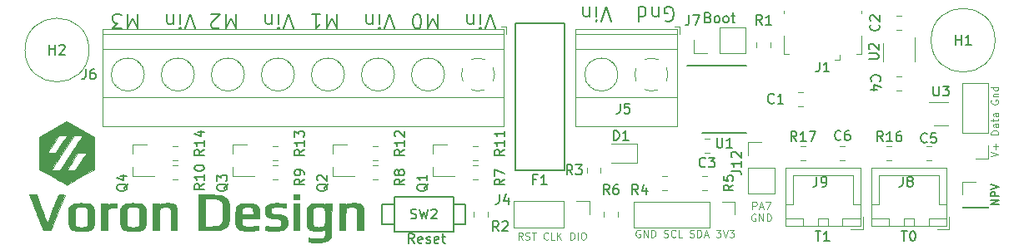
<source format=gbr>
G04 #@! TF.GenerationSoftware,KiCad,Pcbnew,(5.1.5)-3*
G04 #@! TF.CreationDate,2020-01-15T23:44:24-05:00*
G04 #@! TF.ProjectId,STM32_Klipper_Expander,53544d33-325f-44b6-9c69-707065725f45,rev?*
G04 #@! TF.SameCoordinates,Original*
G04 #@! TF.FileFunction,Legend,Top*
G04 #@! TF.FilePolarity,Positive*
%FSLAX46Y46*%
G04 Gerber Fmt 4.6, Leading zero omitted, Abs format (unit mm)*
G04 Created by KiCad (PCBNEW (5.1.5)-3) date 2020-01-15 23:44:24*
%MOMM*%
%LPD*%
G04 APERTURE LIST*
%ADD10C,0.100000*%
%ADD11C,0.120000*%
%ADD12C,0.150000*%
%ADD13C,0.200000*%
%ADD14C,0.010000*%
G04 APERTURE END LIST*
D10*
X174625000Y-96226785D02*
X174625000Y-95476785D01*
X174910714Y-95476785D01*
X174982142Y-95512500D01*
X175017857Y-95548214D01*
X175053571Y-95619642D01*
X175053571Y-95726785D01*
X175017857Y-95798214D01*
X174982142Y-95833928D01*
X174910714Y-95869642D01*
X174625000Y-95869642D01*
X175339285Y-96012500D02*
X175696428Y-96012500D01*
X175267857Y-96226785D02*
X175517857Y-95476785D01*
X175767857Y-96226785D01*
X175946428Y-95476785D02*
X176446428Y-95476785D01*
X176125000Y-96226785D01*
X174928571Y-96737500D02*
X174857142Y-96701785D01*
X174750000Y-96701785D01*
X174642857Y-96737500D01*
X174571428Y-96808928D01*
X174535714Y-96880357D01*
X174500000Y-97023214D01*
X174500000Y-97130357D01*
X174535714Y-97273214D01*
X174571428Y-97344642D01*
X174642857Y-97416071D01*
X174750000Y-97451785D01*
X174821428Y-97451785D01*
X174928571Y-97416071D01*
X174964285Y-97380357D01*
X174964285Y-97130357D01*
X174821428Y-97130357D01*
X175285714Y-97451785D02*
X175285714Y-96701785D01*
X175714285Y-97451785D01*
X175714285Y-96701785D01*
X176071428Y-97451785D02*
X176071428Y-96701785D01*
X176250000Y-96701785D01*
X176357142Y-96737500D01*
X176428571Y-96808928D01*
X176464285Y-96880357D01*
X176500000Y-97023214D01*
X176500000Y-97130357D01*
X176464285Y-97273214D01*
X176428571Y-97344642D01*
X176357142Y-97416071D01*
X176250000Y-97451785D01*
X176071428Y-97451785D01*
D11*
X107250000Y-80000000D02*
G75*
G03X107250000Y-80000000I-3250000J0D01*
G01*
X199250000Y-79000000D02*
G75*
G03X199250000Y-79000000I-3250000J0D01*
G01*
D12*
X180988095Y-98452380D02*
X181559523Y-98452380D01*
X181273809Y-99452380D02*
X181273809Y-98452380D01*
X182416666Y-99452380D02*
X181845238Y-99452380D01*
X182130952Y-99452380D02*
X182130952Y-98452380D01*
X182035714Y-98595238D01*
X181940476Y-98690476D01*
X181845238Y-98738095D01*
X199611904Y-95721428D02*
X198811904Y-95721428D01*
X199611904Y-95264285D01*
X198811904Y-95264285D01*
X199611904Y-94883333D02*
X198811904Y-94883333D01*
X198811904Y-94578571D01*
X198850000Y-94502380D01*
X198888095Y-94464285D01*
X198964285Y-94426190D01*
X199078571Y-94426190D01*
X199154761Y-94464285D01*
X199192857Y-94502380D01*
X199230952Y-94578571D01*
X199230952Y-94883333D01*
X198811904Y-94197619D02*
X199611904Y-93930952D01*
X198811904Y-93664285D01*
D10*
X198839285Y-90857142D02*
X199589285Y-90607142D01*
X198839285Y-90357142D01*
X199303571Y-90107142D02*
X199303571Y-89535714D01*
X199589285Y-89821428D02*
X199017857Y-89821428D01*
X199589285Y-88607142D02*
X198839285Y-88607142D01*
X198839285Y-88428571D01*
X198875000Y-88321428D01*
X198946428Y-88250000D01*
X199017857Y-88214285D01*
X199160714Y-88178571D01*
X199267857Y-88178571D01*
X199410714Y-88214285D01*
X199482142Y-88250000D01*
X199553571Y-88321428D01*
X199589285Y-88428571D01*
X199589285Y-88607142D01*
X199589285Y-87535714D02*
X199196428Y-87535714D01*
X199125000Y-87571428D01*
X199089285Y-87642857D01*
X199089285Y-87785714D01*
X199125000Y-87857142D01*
X199553571Y-87535714D02*
X199589285Y-87607142D01*
X199589285Y-87785714D01*
X199553571Y-87857142D01*
X199482142Y-87892857D01*
X199410714Y-87892857D01*
X199339285Y-87857142D01*
X199303571Y-87785714D01*
X199303571Y-87607142D01*
X199267857Y-87535714D01*
X199089285Y-87285714D02*
X199089285Y-87000000D01*
X198839285Y-87178571D02*
X199482142Y-87178571D01*
X199553571Y-87142857D01*
X199589285Y-87071428D01*
X199589285Y-87000000D01*
X199589285Y-86428571D02*
X199196428Y-86428571D01*
X199125000Y-86464285D01*
X199089285Y-86535714D01*
X199089285Y-86678571D01*
X199125000Y-86750000D01*
X199553571Y-86428571D02*
X199589285Y-86500000D01*
X199589285Y-86678571D01*
X199553571Y-86750000D01*
X199482142Y-86785714D01*
X199410714Y-86785714D01*
X199339285Y-86750000D01*
X199303571Y-86678571D01*
X199303571Y-86500000D01*
X199267857Y-86428571D01*
X198875000Y-85107142D02*
X198839285Y-85178571D01*
X198839285Y-85285714D01*
X198875000Y-85392857D01*
X198946428Y-85464285D01*
X199017857Y-85500000D01*
X199160714Y-85535714D01*
X199267857Y-85535714D01*
X199410714Y-85500000D01*
X199482142Y-85464285D01*
X199553571Y-85392857D01*
X199589285Y-85285714D01*
X199589285Y-85214285D01*
X199553571Y-85107142D01*
X199517857Y-85071428D01*
X199267857Y-85071428D01*
X199267857Y-85214285D01*
X199089285Y-84750000D02*
X199589285Y-84750000D01*
X199160714Y-84750000D02*
X199125000Y-84714285D01*
X199089285Y-84642857D01*
X199089285Y-84535714D01*
X199125000Y-84464285D01*
X199196428Y-84428571D01*
X199589285Y-84428571D01*
X199589285Y-83750000D02*
X198839285Y-83750000D01*
X199553571Y-83750000D02*
X199589285Y-83821428D01*
X199589285Y-83964285D01*
X199553571Y-84035714D01*
X199517857Y-84071428D01*
X199446428Y-84107142D01*
X199232142Y-84107142D01*
X199160714Y-84071428D01*
X199125000Y-84035714D01*
X199089285Y-83964285D01*
X199089285Y-83821428D01*
X199125000Y-83750000D01*
D12*
X140261904Y-99702380D02*
X139928571Y-99226190D01*
X139690476Y-99702380D02*
X139690476Y-98702380D01*
X140071428Y-98702380D01*
X140166666Y-98750000D01*
X140214285Y-98797619D01*
X140261904Y-98892857D01*
X140261904Y-99035714D01*
X140214285Y-99130952D01*
X140166666Y-99178571D01*
X140071428Y-99226190D01*
X139690476Y-99226190D01*
X141071428Y-99654761D02*
X140976190Y-99702380D01*
X140785714Y-99702380D01*
X140690476Y-99654761D01*
X140642857Y-99559523D01*
X140642857Y-99178571D01*
X140690476Y-99083333D01*
X140785714Y-99035714D01*
X140976190Y-99035714D01*
X141071428Y-99083333D01*
X141119047Y-99178571D01*
X141119047Y-99273809D01*
X140642857Y-99369047D01*
X141500000Y-99654761D02*
X141595238Y-99702380D01*
X141785714Y-99702380D01*
X141880952Y-99654761D01*
X141928571Y-99559523D01*
X141928571Y-99511904D01*
X141880952Y-99416666D01*
X141785714Y-99369047D01*
X141642857Y-99369047D01*
X141547619Y-99321428D01*
X141500000Y-99226190D01*
X141500000Y-99178571D01*
X141547619Y-99083333D01*
X141642857Y-99035714D01*
X141785714Y-99035714D01*
X141880952Y-99083333D01*
X142738095Y-99654761D02*
X142642857Y-99702380D01*
X142452380Y-99702380D01*
X142357142Y-99654761D01*
X142309523Y-99559523D01*
X142309523Y-99178571D01*
X142357142Y-99083333D01*
X142452380Y-99035714D01*
X142642857Y-99035714D01*
X142738095Y-99083333D01*
X142785714Y-99178571D01*
X142785714Y-99273809D01*
X142309523Y-99369047D01*
X143071428Y-99035714D02*
X143452380Y-99035714D01*
X143214285Y-98702380D02*
X143214285Y-99559523D01*
X143261904Y-99654761D01*
X143357142Y-99702380D01*
X143452380Y-99702380D01*
D10*
X151267857Y-99339285D02*
X151017857Y-98982142D01*
X150839285Y-99339285D02*
X150839285Y-98589285D01*
X151125000Y-98589285D01*
X151196428Y-98625000D01*
X151232142Y-98660714D01*
X151267857Y-98732142D01*
X151267857Y-98839285D01*
X151232142Y-98910714D01*
X151196428Y-98946428D01*
X151125000Y-98982142D01*
X150839285Y-98982142D01*
X151553571Y-99303571D02*
X151660714Y-99339285D01*
X151839285Y-99339285D01*
X151910714Y-99303571D01*
X151946428Y-99267857D01*
X151982142Y-99196428D01*
X151982142Y-99125000D01*
X151946428Y-99053571D01*
X151910714Y-99017857D01*
X151839285Y-98982142D01*
X151696428Y-98946428D01*
X151625000Y-98910714D01*
X151589285Y-98875000D01*
X151553571Y-98803571D01*
X151553571Y-98732142D01*
X151589285Y-98660714D01*
X151625000Y-98625000D01*
X151696428Y-98589285D01*
X151875000Y-98589285D01*
X151982142Y-98625000D01*
X152196428Y-98589285D02*
X152625000Y-98589285D01*
X152410714Y-99339285D02*
X152410714Y-98589285D01*
X153875000Y-99267857D02*
X153839285Y-99303571D01*
X153732142Y-99339285D01*
X153660714Y-99339285D01*
X153553571Y-99303571D01*
X153482142Y-99232142D01*
X153446428Y-99160714D01*
X153410714Y-99017857D01*
X153410714Y-98910714D01*
X153446428Y-98767857D01*
X153482142Y-98696428D01*
X153553571Y-98625000D01*
X153660714Y-98589285D01*
X153732142Y-98589285D01*
X153839285Y-98625000D01*
X153875000Y-98660714D01*
X154553571Y-99339285D02*
X154196428Y-99339285D01*
X154196428Y-98589285D01*
X154803571Y-99339285D02*
X154803571Y-98589285D01*
X155232142Y-99339285D02*
X154910714Y-98910714D01*
X155232142Y-98589285D02*
X154803571Y-99017857D01*
X156125000Y-99339285D02*
X156125000Y-98589285D01*
X156303571Y-98589285D01*
X156410714Y-98625000D01*
X156482142Y-98696428D01*
X156517857Y-98767857D01*
X156553571Y-98910714D01*
X156553571Y-99017857D01*
X156517857Y-99160714D01*
X156482142Y-99232142D01*
X156410714Y-99303571D01*
X156303571Y-99339285D01*
X156125000Y-99339285D01*
X156875000Y-99339285D02*
X156875000Y-98589285D01*
X157375000Y-98589285D02*
X157517857Y-98589285D01*
X157589285Y-98625000D01*
X157660714Y-98696428D01*
X157696428Y-98839285D01*
X157696428Y-99089285D01*
X157660714Y-99232142D01*
X157589285Y-99303571D01*
X157517857Y-99339285D01*
X157375000Y-99339285D01*
X157303571Y-99303571D01*
X157232142Y-99232142D01*
X157196428Y-99089285D01*
X157196428Y-98839285D01*
X157232142Y-98696428D01*
X157303571Y-98625000D01*
X157375000Y-98589285D01*
X163196428Y-98375000D02*
X163125000Y-98339285D01*
X163017857Y-98339285D01*
X162910714Y-98375000D01*
X162839285Y-98446428D01*
X162803571Y-98517857D01*
X162767857Y-98660714D01*
X162767857Y-98767857D01*
X162803571Y-98910714D01*
X162839285Y-98982142D01*
X162910714Y-99053571D01*
X163017857Y-99089285D01*
X163089285Y-99089285D01*
X163196428Y-99053571D01*
X163232142Y-99017857D01*
X163232142Y-98767857D01*
X163089285Y-98767857D01*
X163553571Y-99089285D02*
X163553571Y-98339285D01*
X163982142Y-99089285D01*
X163982142Y-98339285D01*
X164339285Y-99089285D02*
X164339285Y-98339285D01*
X164517857Y-98339285D01*
X164625000Y-98375000D01*
X164696428Y-98446428D01*
X164732142Y-98517857D01*
X164767857Y-98660714D01*
X164767857Y-98767857D01*
X164732142Y-98910714D01*
X164696428Y-98982142D01*
X164625000Y-99053571D01*
X164517857Y-99089285D01*
X164339285Y-99089285D01*
X165625000Y-99053571D02*
X165732142Y-99089285D01*
X165910714Y-99089285D01*
X165982142Y-99053571D01*
X166017857Y-99017857D01*
X166053571Y-98946428D01*
X166053571Y-98875000D01*
X166017857Y-98803571D01*
X165982142Y-98767857D01*
X165910714Y-98732142D01*
X165767857Y-98696428D01*
X165696428Y-98660714D01*
X165660714Y-98625000D01*
X165625000Y-98553571D01*
X165625000Y-98482142D01*
X165660714Y-98410714D01*
X165696428Y-98375000D01*
X165767857Y-98339285D01*
X165946428Y-98339285D01*
X166053571Y-98375000D01*
X166803571Y-99017857D02*
X166767857Y-99053571D01*
X166660714Y-99089285D01*
X166589285Y-99089285D01*
X166482142Y-99053571D01*
X166410714Y-98982142D01*
X166375000Y-98910714D01*
X166339285Y-98767857D01*
X166339285Y-98660714D01*
X166375000Y-98517857D01*
X166410714Y-98446428D01*
X166482142Y-98375000D01*
X166589285Y-98339285D01*
X166660714Y-98339285D01*
X166767857Y-98375000D01*
X166803571Y-98410714D01*
X167482142Y-99089285D02*
X167125000Y-99089285D01*
X167125000Y-98339285D01*
X168267857Y-99053571D02*
X168375000Y-99089285D01*
X168553571Y-99089285D01*
X168625000Y-99053571D01*
X168660714Y-99017857D01*
X168696428Y-98946428D01*
X168696428Y-98875000D01*
X168660714Y-98803571D01*
X168625000Y-98767857D01*
X168553571Y-98732142D01*
X168410714Y-98696428D01*
X168339285Y-98660714D01*
X168303571Y-98625000D01*
X168267857Y-98553571D01*
X168267857Y-98482142D01*
X168303571Y-98410714D01*
X168339285Y-98375000D01*
X168410714Y-98339285D01*
X168589285Y-98339285D01*
X168696428Y-98375000D01*
X169017857Y-99089285D02*
X169017857Y-98339285D01*
X169196428Y-98339285D01*
X169303571Y-98375000D01*
X169375000Y-98446428D01*
X169410714Y-98517857D01*
X169446428Y-98660714D01*
X169446428Y-98767857D01*
X169410714Y-98910714D01*
X169375000Y-98982142D01*
X169303571Y-99053571D01*
X169196428Y-99089285D01*
X169017857Y-99089285D01*
X169732142Y-98875000D02*
X170089285Y-98875000D01*
X169660714Y-99089285D02*
X169910714Y-98339285D01*
X170160714Y-99089285D01*
X170910714Y-98339285D02*
X171375000Y-98339285D01*
X171125000Y-98625000D01*
X171232142Y-98625000D01*
X171303571Y-98660714D01*
X171339285Y-98696428D01*
X171375000Y-98767857D01*
X171375000Y-98946428D01*
X171339285Y-99017857D01*
X171303571Y-99053571D01*
X171232142Y-99089285D01*
X171017857Y-99089285D01*
X170946428Y-99053571D01*
X170910714Y-99017857D01*
X171589285Y-98339285D02*
X171839285Y-99089285D01*
X172089285Y-98339285D01*
X172267857Y-98339285D02*
X172732142Y-98339285D01*
X172482142Y-98625000D01*
X172589285Y-98625000D01*
X172660714Y-98660714D01*
X172696428Y-98696428D01*
X172732142Y-98767857D01*
X172732142Y-98946428D01*
X172696428Y-99017857D01*
X172660714Y-99053571D01*
X172589285Y-99089285D01*
X172375000Y-99089285D01*
X172303571Y-99053571D01*
X172267857Y-99017857D01*
D13*
X148500000Y-77821428D02*
X148000000Y-76321428D01*
X147500000Y-77821428D01*
X147000000Y-76321428D02*
X147000000Y-77321428D01*
X147000000Y-77821428D02*
X147071428Y-77750000D01*
X147000000Y-77678571D01*
X146928571Y-77750000D01*
X147000000Y-77821428D01*
X147000000Y-77678571D01*
X146285714Y-77321428D02*
X146285714Y-76321428D01*
X146285714Y-77178571D02*
X146214285Y-77250000D01*
X146071428Y-77321428D01*
X145857142Y-77321428D01*
X145714285Y-77250000D01*
X145642857Y-77107142D01*
X145642857Y-76321428D01*
X142642857Y-76321428D02*
X142642857Y-77821428D01*
X142142857Y-76750000D01*
X141642857Y-77821428D01*
X141642857Y-76321428D01*
X140642857Y-77821428D02*
X140500000Y-77821428D01*
X140357142Y-77750000D01*
X140285714Y-77678571D01*
X140214285Y-77535714D01*
X140142857Y-77250000D01*
X140142857Y-76892857D01*
X140214285Y-76607142D01*
X140285714Y-76464285D01*
X140357142Y-76392857D01*
X140500000Y-76321428D01*
X140642857Y-76321428D01*
X140785714Y-76392857D01*
X140857142Y-76464285D01*
X140928571Y-76607142D01*
X141000000Y-76892857D01*
X141000000Y-77250000D01*
X140928571Y-77535714D01*
X140857142Y-77678571D01*
X140785714Y-77750000D01*
X140642857Y-77821428D01*
X128000000Y-77821428D02*
X127500000Y-76321428D01*
X127000000Y-77821428D01*
X126500000Y-76321428D02*
X126500000Y-77321428D01*
X126500000Y-77821428D02*
X126571428Y-77750000D01*
X126500000Y-77678571D01*
X126428571Y-77750000D01*
X126500000Y-77821428D01*
X126500000Y-77678571D01*
X125785714Y-77321428D02*
X125785714Y-76321428D01*
X125785714Y-77178571D02*
X125714285Y-77250000D01*
X125571428Y-77321428D01*
X125357142Y-77321428D01*
X125214285Y-77250000D01*
X125142857Y-77107142D01*
X125142857Y-76321428D01*
X122142857Y-76321428D02*
X122142857Y-77821428D01*
X121642857Y-76750000D01*
X121142857Y-77821428D01*
X121142857Y-76321428D01*
X120500000Y-77678571D02*
X120428571Y-77750000D01*
X120285714Y-77821428D01*
X119928571Y-77821428D01*
X119785714Y-77750000D01*
X119714285Y-77678571D01*
X119642857Y-77535714D01*
X119642857Y-77392857D01*
X119714285Y-77178571D01*
X120571428Y-76321428D01*
X119642857Y-76321428D01*
X138250000Y-77821428D02*
X137750000Y-76321428D01*
X137250000Y-77821428D01*
X136750000Y-76321428D02*
X136750000Y-77321428D01*
X136750000Y-77821428D02*
X136821428Y-77750000D01*
X136750000Y-77678571D01*
X136678571Y-77750000D01*
X136750000Y-77821428D01*
X136750000Y-77678571D01*
X136035714Y-77321428D02*
X136035714Y-76321428D01*
X136035714Y-77178571D02*
X135964285Y-77250000D01*
X135821428Y-77321428D01*
X135607142Y-77321428D01*
X135464285Y-77250000D01*
X135392857Y-77107142D01*
X135392857Y-76321428D01*
X132392857Y-76321428D02*
X132392857Y-77821428D01*
X131892857Y-76750000D01*
X131392857Y-77821428D01*
X131392857Y-76321428D01*
X129892857Y-76321428D02*
X130750000Y-76321428D01*
X130321428Y-76321428D02*
X130321428Y-77821428D01*
X130464285Y-77607142D01*
X130607142Y-77464285D01*
X130750000Y-77392857D01*
X165785714Y-77000000D02*
X165928571Y-77071428D01*
X166142857Y-77071428D01*
X166357142Y-77000000D01*
X166500000Y-76857142D01*
X166571428Y-76714285D01*
X166642857Y-76428571D01*
X166642857Y-76214285D01*
X166571428Y-75928571D01*
X166500000Y-75785714D01*
X166357142Y-75642857D01*
X166142857Y-75571428D01*
X166000000Y-75571428D01*
X165785714Y-75642857D01*
X165714285Y-75714285D01*
X165714285Y-76214285D01*
X166000000Y-76214285D01*
X165071428Y-76571428D02*
X165071428Y-75571428D01*
X165071428Y-76428571D02*
X165000000Y-76500000D01*
X164857142Y-76571428D01*
X164642857Y-76571428D01*
X164500000Y-76500000D01*
X164428571Y-76357142D01*
X164428571Y-75571428D01*
X163071428Y-75571428D02*
X163071428Y-77071428D01*
X163071428Y-75642857D02*
X163214285Y-75571428D01*
X163500000Y-75571428D01*
X163642857Y-75642857D01*
X163714285Y-75714285D01*
X163785714Y-75857142D01*
X163785714Y-76285714D01*
X163714285Y-76428571D01*
X163642857Y-76500000D01*
X163500000Y-76571428D01*
X163214285Y-76571428D01*
X163071428Y-76500000D01*
X160285714Y-77071428D02*
X159785714Y-75571428D01*
X159285714Y-77071428D01*
X158785714Y-75571428D02*
X158785714Y-76571428D01*
X158785714Y-77071428D02*
X158857142Y-77000000D01*
X158785714Y-76928571D01*
X158714285Y-77000000D01*
X158785714Y-77071428D01*
X158785714Y-76928571D01*
X158071428Y-76571428D02*
X158071428Y-75571428D01*
X158071428Y-76428571D02*
X158000000Y-76500000D01*
X157857142Y-76571428D01*
X157642857Y-76571428D01*
X157500000Y-76500000D01*
X157428571Y-76357142D01*
X157428571Y-75571428D01*
D12*
X170130952Y-76678571D02*
X170273809Y-76726190D01*
X170321428Y-76773809D01*
X170369047Y-76869047D01*
X170369047Y-77011904D01*
X170321428Y-77107142D01*
X170273809Y-77154761D01*
X170178571Y-77202380D01*
X169797619Y-77202380D01*
X169797619Y-76202380D01*
X170130952Y-76202380D01*
X170226190Y-76250000D01*
X170273809Y-76297619D01*
X170321428Y-76392857D01*
X170321428Y-76488095D01*
X170273809Y-76583333D01*
X170226190Y-76630952D01*
X170130952Y-76678571D01*
X169797619Y-76678571D01*
X170940476Y-77202380D02*
X170845238Y-77154761D01*
X170797619Y-77107142D01*
X170750000Y-77011904D01*
X170750000Y-76726190D01*
X170797619Y-76630952D01*
X170845238Y-76583333D01*
X170940476Y-76535714D01*
X171083333Y-76535714D01*
X171178571Y-76583333D01*
X171226190Y-76630952D01*
X171273809Y-76726190D01*
X171273809Y-77011904D01*
X171226190Y-77107142D01*
X171178571Y-77154761D01*
X171083333Y-77202380D01*
X170940476Y-77202380D01*
X171845238Y-77202380D02*
X171750000Y-77154761D01*
X171702380Y-77107142D01*
X171654761Y-77011904D01*
X171654761Y-76726190D01*
X171702380Y-76630952D01*
X171750000Y-76583333D01*
X171845238Y-76535714D01*
X171988095Y-76535714D01*
X172083333Y-76583333D01*
X172130952Y-76630952D01*
X172178571Y-76726190D01*
X172178571Y-77011904D01*
X172130952Y-77107142D01*
X172083333Y-77154761D01*
X171988095Y-77202380D01*
X171845238Y-77202380D01*
X172464285Y-76535714D02*
X172845238Y-76535714D01*
X172607142Y-76202380D02*
X172607142Y-77059523D01*
X172654761Y-77154761D01*
X172750000Y-77202380D01*
X172845238Y-77202380D01*
D13*
X118000000Y-77821428D02*
X117500000Y-76321428D01*
X117000000Y-77821428D01*
X116500000Y-76321428D02*
X116500000Y-77321428D01*
X116500000Y-77821428D02*
X116571428Y-77750000D01*
X116500000Y-77678571D01*
X116428571Y-77750000D01*
X116500000Y-77821428D01*
X116500000Y-77678571D01*
X115785714Y-77321428D02*
X115785714Y-76321428D01*
X115785714Y-77178571D02*
X115714285Y-77250000D01*
X115571428Y-77321428D01*
X115357142Y-77321428D01*
X115214285Y-77250000D01*
X115142857Y-77107142D01*
X115142857Y-76321428D01*
X112142857Y-76321428D02*
X112142857Y-77821428D01*
X111642857Y-76750000D01*
X111142857Y-77821428D01*
X111142857Y-76321428D01*
X110571428Y-77821428D02*
X109642857Y-77821428D01*
X110142857Y-77250000D01*
X109928571Y-77250000D01*
X109785714Y-77178571D01*
X109714285Y-77107142D01*
X109642857Y-76964285D01*
X109642857Y-76607142D01*
X109714285Y-76464285D01*
X109785714Y-76392857D01*
X109928571Y-76321428D01*
X110357142Y-76321428D01*
X110500000Y-76392857D01*
X110571428Y-76464285D01*
D12*
X189738095Y-98452380D02*
X190309523Y-98452380D01*
X190023809Y-99452380D02*
X190023809Y-98452380D01*
X190833333Y-98452380D02*
X190928571Y-98452380D01*
X191023809Y-98500000D01*
X191071428Y-98547619D01*
X191119047Y-98642857D01*
X191166666Y-98833333D01*
X191166666Y-99071428D01*
X191119047Y-99261904D01*
X191071428Y-99357142D01*
X191023809Y-99404761D01*
X190928571Y-99452380D01*
X190833333Y-99452380D01*
X190738095Y-99404761D01*
X190690476Y-99357142D01*
X190642857Y-99261904D01*
X190595238Y-99071428D01*
X190595238Y-98833333D01*
X190642857Y-98642857D01*
X190690476Y-98547619D01*
X190738095Y-98500000D01*
X190833333Y-98452380D01*
D11*
X168670000Y-80330000D02*
X168670000Y-79000000D01*
X170000000Y-80330000D02*
X168670000Y-80330000D01*
X171270000Y-80330000D02*
X171270000Y-77670000D01*
X171270000Y-77670000D02*
X173870000Y-77670000D01*
X171270000Y-80330000D02*
X173870000Y-80330000D01*
X173870000Y-80330000D02*
X173870000Y-77670000D01*
X183442000Y-80971500D02*
X183442000Y-80521500D01*
X183442000Y-80971500D02*
X182992000Y-80971500D01*
X177842000Y-80421500D02*
X178292000Y-80421500D01*
X177842000Y-78571500D02*
X177842000Y-80421500D01*
X185642000Y-76021500D02*
X185642000Y-76271500D01*
X177842000Y-76021500D02*
X177842000Y-76271500D01*
X185642000Y-78571500D02*
X185642000Y-80421500D01*
X185642000Y-80421500D02*
X185192000Y-80421500D01*
D14*
G36*
X107768600Y-88850150D02*
G01*
X107768600Y-92149849D01*
X106379308Y-92950524D01*
X106039339Y-93146185D01*
X105729012Y-93324267D01*
X105458882Y-93478754D01*
X105239505Y-93603630D01*
X105081439Y-93692877D01*
X104995239Y-93740478D01*
X104982308Y-93746770D01*
X104938181Y-93721166D01*
X104816791Y-93650713D01*
X104628745Y-93541566D01*
X104384649Y-93399881D01*
X104095109Y-93231815D01*
X103770731Y-93043525D01*
X103603000Y-92946162D01*
X102377648Y-92234876D01*
X103433666Y-92234876D01*
X103472441Y-92254402D01*
X103590479Y-92269187D01*
X103765467Y-92276891D01*
X103840066Y-92277479D01*
X104263400Y-92276959D01*
X104277821Y-92255076D01*
X105000000Y-92255076D01*
X105046850Y-92265563D01*
X105171616Y-92273500D01*
X105350623Y-92277596D01*
X105419100Y-92277886D01*
X105838200Y-92277772D01*
X106320800Y-91534043D01*
X106485838Y-91279678D01*
X106637963Y-91045166D01*
X106765863Y-90847951D01*
X106858223Y-90705476D01*
X106897288Y-90645156D01*
X106991177Y-90500000D01*
X106129093Y-90500000D01*
X105564546Y-91366076D01*
X105394034Y-91628735D01*
X105244186Y-91861619D01*
X105123286Y-92051683D01*
X105039618Y-92185882D01*
X105001465Y-92251172D01*
X105000000Y-92255076D01*
X104277821Y-92255076D01*
X105406400Y-90542603D01*
X105654036Y-90166432D01*
X105884037Y-89816255D01*
X106090420Y-89501238D01*
X106267202Y-89230551D01*
X106408399Y-89013361D01*
X106508029Y-88858837D01*
X106560108Y-88776148D01*
X106566333Y-88765123D01*
X106527558Y-88745597D01*
X106409520Y-88730812D01*
X106234532Y-88723108D01*
X106159933Y-88722520D01*
X105736600Y-88723040D01*
X104593600Y-90457396D01*
X104345963Y-90833567D01*
X104115962Y-91183744D01*
X103909579Y-91498761D01*
X103732797Y-91769448D01*
X103591600Y-91986638D01*
X103491970Y-92141162D01*
X103439891Y-92223851D01*
X103433666Y-92234876D01*
X102377648Y-92234876D01*
X102231400Y-92149983D01*
X102231400Y-90500000D01*
X103008822Y-90500000D01*
X103870906Y-90500000D01*
X104435453Y-89633923D01*
X104605965Y-89371264D01*
X104755813Y-89138380D01*
X104876713Y-88948316D01*
X104960381Y-88814117D01*
X104998534Y-88748827D01*
X105000000Y-88744923D01*
X104953149Y-88734436D01*
X104828383Y-88726499D01*
X104649376Y-88722403D01*
X104580900Y-88722113D01*
X104161800Y-88722227D01*
X103679200Y-89465956D01*
X103514161Y-89720321D01*
X103362036Y-89954833D01*
X103234136Y-90152048D01*
X103141776Y-90294523D01*
X103102711Y-90354843D01*
X103008822Y-90500000D01*
X102231400Y-90500000D01*
X102231400Y-88850150D01*
X105000000Y-87254552D01*
X107768600Y-88850150D01*
G37*
X107768600Y-88850150D02*
X107768600Y-92149849D01*
X106379308Y-92950524D01*
X106039339Y-93146185D01*
X105729012Y-93324267D01*
X105458882Y-93478754D01*
X105239505Y-93603630D01*
X105081439Y-93692877D01*
X104995239Y-93740478D01*
X104982308Y-93746770D01*
X104938181Y-93721166D01*
X104816791Y-93650713D01*
X104628745Y-93541566D01*
X104384649Y-93399881D01*
X104095109Y-93231815D01*
X103770731Y-93043525D01*
X103603000Y-92946162D01*
X102377648Y-92234876D01*
X103433666Y-92234876D01*
X103472441Y-92254402D01*
X103590479Y-92269187D01*
X103765467Y-92276891D01*
X103840066Y-92277479D01*
X104263400Y-92276959D01*
X104277821Y-92255076D01*
X105000000Y-92255076D01*
X105046850Y-92265563D01*
X105171616Y-92273500D01*
X105350623Y-92277596D01*
X105419100Y-92277886D01*
X105838200Y-92277772D01*
X106320800Y-91534043D01*
X106485838Y-91279678D01*
X106637963Y-91045166D01*
X106765863Y-90847951D01*
X106858223Y-90705476D01*
X106897288Y-90645156D01*
X106991177Y-90500000D01*
X106129093Y-90500000D01*
X105564546Y-91366076D01*
X105394034Y-91628735D01*
X105244186Y-91861619D01*
X105123286Y-92051683D01*
X105039618Y-92185882D01*
X105001465Y-92251172D01*
X105000000Y-92255076D01*
X104277821Y-92255076D01*
X105406400Y-90542603D01*
X105654036Y-90166432D01*
X105884037Y-89816255D01*
X106090420Y-89501238D01*
X106267202Y-89230551D01*
X106408399Y-89013361D01*
X106508029Y-88858837D01*
X106560108Y-88776148D01*
X106566333Y-88765123D01*
X106527558Y-88745597D01*
X106409520Y-88730812D01*
X106234532Y-88723108D01*
X106159933Y-88722520D01*
X105736600Y-88723040D01*
X104593600Y-90457396D01*
X104345963Y-90833567D01*
X104115962Y-91183744D01*
X103909579Y-91498761D01*
X103732797Y-91769448D01*
X103591600Y-91986638D01*
X103491970Y-92141162D01*
X103439891Y-92223851D01*
X103433666Y-92234876D01*
X102377648Y-92234876D01*
X102231400Y-92149983D01*
X102231400Y-90500000D01*
X103008822Y-90500000D01*
X103870906Y-90500000D01*
X104435453Y-89633923D01*
X104605965Y-89371264D01*
X104755813Y-89138380D01*
X104876713Y-88948316D01*
X104960381Y-88814117D01*
X104998534Y-88748827D01*
X105000000Y-88744923D01*
X104953149Y-88734436D01*
X104828383Y-88726499D01*
X104649376Y-88722403D01*
X104580900Y-88722113D01*
X104161800Y-88722227D01*
X103679200Y-89465956D01*
X103514161Y-89720321D01*
X103362036Y-89954833D01*
X103234136Y-90152048D01*
X103141776Y-90294523D01*
X103102711Y-90354843D01*
X103008822Y-90500000D01*
X102231400Y-90500000D01*
X102231400Y-88850150D01*
X105000000Y-87254552D01*
X107768600Y-88850150D01*
G36*
X128639536Y-95231511D02*
G01*
X128005291Y-95231511D01*
X128005291Y-94687872D01*
X128639536Y-94687872D01*
X128639536Y-95231511D01*
G37*
X128639536Y-95231511D02*
X128005291Y-95231511D01*
X128005291Y-94687872D01*
X128639536Y-94687872D01*
X128639536Y-95231511D01*
G36*
X134473309Y-95618948D02*
G01*
X134483650Y-95620824D01*
X134683208Y-95671782D01*
X134834322Y-95744205D01*
X134946995Y-95844315D01*
X135018859Y-95953600D01*
X135102794Y-96114270D01*
X135102794Y-98372533D01*
X134468549Y-98372533D01*
X134468104Y-97323009D01*
X134467328Y-97015706D01*
X134465189Y-96764456D01*
X134461540Y-96564922D01*
X134456236Y-96412766D01*
X134449131Y-96303648D01*
X134440078Y-96233231D01*
X134430284Y-96199632D01*
X134365124Y-96111773D01*
X134268441Y-96051981D01*
X134132268Y-96017371D01*
X133948638Y-96005055D01*
X133893557Y-96005131D01*
X133705393Y-96014355D01*
X133565489Y-96039349D01*
X133462903Y-96083890D01*
X133386695Y-96151754D01*
X133358905Y-96189665D01*
X133344570Y-96216390D01*
X133332906Y-96252631D01*
X133323566Y-96304701D01*
X133316204Y-96378914D01*
X133310472Y-96481585D01*
X133306024Y-96619028D01*
X133302514Y-96797557D01*
X133299594Y-97023485D01*
X133296918Y-97303127D01*
X133296759Y-97321616D01*
X133287752Y-98372533D01*
X132656421Y-98372533D01*
X132656421Y-95654341D01*
X132973543Y-95654341D01*
X133117008Y-95655543D01*
X133210254Y-95660188D01*
X133263439Y-95669828D01*
X133286719Y-95686020D01*
X133290666Y-95702875D01*
X133306258Y-95736191D01*
X133343519Y-95729447D01*
X133537895Y-95667572D01*
X133769312Y-95623560D01*
X134016520Y-95599436D01*
X134258269Y-95597224D01*
X134473309Y-95618948D01*
G37*
X134473309Y-95618948D02*
X134483650Y-95620824D01*
X134683208Y-95671782D01*
X134834322Y-95744205D01*
X134946995Y-95844315D01*
X135018859Y-95953600D01*
X135102794Y-96114270D01*
X135102794Y-98372533D01*
X134468549Y-98372533D01*
X134468104Y-97323009D01*
X134467328Y-97015706D01*
X134465189Y-96764456D01*
X134461540Y-96564922D01*
X134456236Y-96412766D01*
X134449131Y-96303648D01*
X134440078Y-96233231D01*
X134430284Y-96199632D01*
X134365124Y-96111773D01*
X134268441Y-96051981D01*
X134132268Y-96017371D01*
X133948638Y-96005055D01*
X133893557Y-96005131D01*
X133705393Y-96014355D01*
X133565489Y-96039349D01*
X133462903Y-96083890D01*
X133386695Y-96151754D01*
X133358905Y-96189665D01*
X133344570Y-96216390D01*
X133332906Y-96252631D01*
X133323566Y-96304701D01*
X133316204Y-96378914D01*
X133310472Y-96481585D01*
X133306024Y-96619028D01*
X133302514Y-96797557D01*
X133299594Y-97023485D01*
X133296918Y-97303127D01*
X133296759Y-97321616D01*
X133287752Y-98372533D01*
X132656421Y-98372533D01*
X132656421Y-95654341D01*
X132973543Y-95654341D01*
X133117008Y-95655543D01*
X133210254Y-95660188D01*
X133263439Y-95669828D01*
X133286719Y-95686020D01*
X133290666Y-95702875D01*
X133306258Y-95736191D01*
X133343519Y-95729447D01*
X133537895Y-95667572D01*
X133769312Y-95623560D01*
X134016520Y-95599436D01*
X134258269Y-95597224D01*
X134473309Y-95618948D01*
G36*
X128639536Y-98372533D02*
G01*
X128005291Y-98372533D01*
X128005291Y-95654341D01*
X128639536Y-95654341D01*
X128639536Y-98372533D01*
G37*
X128639536Y-98372533D02*
X128005291Y-98372533D01*
X128005291Y-95654341D01*
X128639536Y-95654341D01*
X128639536Y-98372533D01*
G36*
X119658332Y-94749299D02*
G01*
X119925125Y-94752881D01*
X120146318Y-94759793D01*
X120329297Y-94770807D01*
X120481453Y-94786695D01*
X120610174Y-94808227D01*
X120722848Y-94836176D01*
X120826864Y-94871312D01*
X120929544Y-94914376D01*
X121099183Y-95017065D01*
X121249125Y-95156536D01*
X121363990Y-95316628D01*
X121411385Y-95420691D01*
X121426790Y-95470314D01*
X121439067Y-95525961D01*
X121448563Y-95594780D01*
X121455623Y-95683919D01*
X121460593Y-95800527D01*
X121463819Y-95951752D01*
X121465647Y-96144742D01*
X121466423Y-96386647D01*
X121466528Y-96560405D01*
X121466201Y-96861322D01*
X121464423Y-97108609D01*
X121459996Y-97309042D01*
X121451723Y-97469394D01*
X121438407Y-97596440D01*
X121418850Y-97696954D01*
X121391857Y-97777710D01*
X121356229Y-97845483D01*
X121310769Y-97907048D01*
X121254280Y-97969178D01*
X121209540Y-98014622D01*
X121113146Y-98105480D01*
X121026310Y-98168992D01*
X120926547Y-98218698D01*
X120791369Y-98268136D01*
X120784882Y-98270307D01*
X120530261Y-98355368D01*
X119450535Y-98365999D01*
X118370808Y-98376630D01*
X118370808Y-97987065D01*
X119065458Y-97987065D01*
X119646849Y-97973088D01*
X119857445Y-97967250D01*
X120018242Y-97960484D01*
X120139845Y-97951672D01*
X120232859Y-97939694D01*
X120307889Y-97923432D01*
X120375539Y-97901767D01*
X120395907Y-97894076D01*
X120568016Y-97802555D01*
X120697316Y-97681035D01*
X120776471Y-97536740D01*
X120784060Y-97511772D01*
X120794286Y-97442104D01*
X120802609Y-97322273D01*
X120809026Y-97162491D01*
X120813534Y-96972969D01*
X120816130Y-96763919D01*
X120816812Y-96545552D01*
X120815575Y-96328079D01*
X120812418Y-96121713D01*
X120807337Y-95936665D01*
X120800328Y-95783147D01*
X120791389Y-95671369D01*
X120784620Y-95626293D01*
X120732148Y-95478528D01*
X120640928Y-95363578D01*
X120502781Y-95272858D01*
X120409453Y-95232319D01*
X120338578Y-95207396D01*
X120266741Y-95188609D01*
X120183080Y-95174757D01*
X120076735Y-95164637D01*
X119936844Y-95157048D01*
X119752547Y-95150789D01*
X119646849Y-95147948D01*
X119065458Y-95133089D01*
X119065458Y-97987065D01*
X118370808Y-97987065D01*
X118370808Y-94748276D01*
X119338550Y-94748276D01*
X119658332Y-94749299D01*
G37*
X119658332Y-94749299D02*
X119925125Y-94752881D01*
X120146318Y-94759793D01*
X120329297Y-94770807D01*
X120481453Y-94786695D01*
X120610174Y-94808227D01*
X120722848Y-94836176D01*
X120826864Y-94871312D01*
X120929544Y-94914376D01*
X121099183Y-95017065D01*
X121249125Y-95156536D01*
X121363990Y-95316628D01*
X121411385Y-95420691D01*
X121426790Y-95470314D01*
X121439067Y-95525961D01*
X121448563Y-95594780D01*
X121455623Y-95683919D01*
X121460593Y-95800527D01*
X121463819Y-95951752D01*
X121465647Y-96144742D01*
X121466423Y-96386647D01*
X121466528Y-96560405D01*
X121466201Y-96861322D01*
X121464423Y-97108609D01*
X121459996Y-97309042D01*
X121451723Y-97469394D01*
X121438407Y-97596440D01*
X121418850Y-97696954D01*
X121391857Y-97777710D01*
X121356229Y-97845483D01*
X121310769Y-97907048D01*
X121254280Y-97969178D01*
X121209540Y-98014622D01*
X121113146Y-98105480D01*
X121026310Y-98168992D01*
X120926547Y-98218698D01*
X120791369Y-98268136D01*
X120784882Y-98270307D01*
X120530261Y-98355368D01*
X119450535Y-98365999D01*
X118370808Y-98376630D01*
X118370808Y-97987065D01*
X119065458Y-97987065D01*
X119646849Y-97973088D01*
X119857445Y-97967250D01*
X120018242Y-97960484D01*
X120139845Y-97951672D01*
X120232859Y-97939694D01*
X120307889Y-97923432D01*
X120375539Y-97901767D01*
X120395907Y-97894076D01*
X120568016Y-97802555D01*
X120697316Y-97681035D01*
X120776471Y-97536740D01*
X120784060Y-97511772D01*
X120794286Y-97442104D01*
X120802609Y-97322273D01*
X120809026Y-97162491D01*
X120813534Y-96972969D01*
X120816130Y-96763919D01*
X120816812Y-96545552D01*
X120815575Y-96328079D01*
X120812418Y-96121713D01*
X120807337Y-95936665D01*
X120800328Y-95783147D01*
X120791389Y-95671369D01*
X120784620Y-95626293D01*
X120732148Y-95478528D01*
X120640928Y-95363578D01*
X120502781Y-95272858D01*
X120409453Y-95232319D01*
X120338578Y-95207396D01*
X120266741Y-95188609D01*
X120183080Y-95174757D01*
X120076735Y-95164637D01*
X119936844Y-95157048D01*
X119752547Y-95150789D01*
X119646849Y-95147948D01*
X119065458Y-95133089D01*
X119065458Y-97987065D01*
X118370808Y-97987065D01*
X118370808Y-94748276D01*
X119338550Y-94748276D01*
X119658332Y-94749299D01*
G36*
X115566769Y-95618948D02*
G01*
X115577110Y-95620824D01*
X115776668Y-95671782D01*
X115927782Y-95744205D01*
X116040455Y-95844315D01*
X116112319Y-95953600D01*
X116196254Y-96114270D01*
X116196254Y-98372533D01*
X115562009Y-98372533D01*
X115561564Y-97323009D01*
X115560788Y-97015706D01*
X115558649Y-96764456D01*
X115555000Y-96564922D01*
X115549696Y-96412766D01*
X115542591Y-96303648D01*
X115533538Y-96233231D01*
X115523744Y-96199632D01*
X115458584Y-96111773D01*
X115361901Y-96051981D01*
X115225728Y-96017371D01*
X115042098Y-96005055D01*
X114987017Y-96005131D01*
X114798853Y-96014355D01*
X114658949Y-96039349D01*
X114556363Y-96083890D01*
X114480156Y-96151754D01*
X114452365Y-96189665D01*
X114438030Y-96216390D01*
X114426366Y-96252631D01*
X114417027Y-96304701D01*
X114409664Y-96378914D01*
X114403932Y-96481585D01*
X114399484Y-96619028D01*
X114395974Y-96797557D01*
X114393054Y-97023485D01*
X114390379Y-97303127D01*
X114390219Y-97321616D01*
X114381212Y-98372533D01*
X113749881Y-98372533D01*
X113749881Y-95654341D01*
X114067003Y-95654341D01*
X114210468Y-95655543D01*
X114303714Y-95660188D01*
X114356899Y-95669828D01*
X114380179Y-95686020D01*
X114384126Y-95702875D01*
X114399718Y-95736191D01*
X114436980Y-95729447D01*
X114631356Y-95667572D01*
X114862773Y-95623560D01*
X115109980Y-95599436D01*
X115351729Y-95597224D01*
X115566769Y-95618948D01*
G37*
X115566769Y-95618948D02*
X115577110Y-95620824D01*
X115776668Y-95671782D01*
X115927782Y-95744205D01*
X116040455Y-95844315D01*
X116112319Y-95953600D01*
X116196254Y-96114270D01*
X116196254Y-98372533D01*
X115562009Y-98372533D01*
X115561564Y-97323009D01*
X115560788Y-97015706D01*
X115558649Y-96764456D01*
X115555000Y-96564922D01*
X115549696Y-96412766D01*
X115542591Y-96303648D01*
X115533538Y-96233231D01*
X115523744Y-96199632D01*
X115458584Y-96111773D01*
X115361901Y-96051981D01*
X115225728Y-96017371D01*
X115042098Y-96005055D01*
X114987017Y-96005131D01*
X114798853Y-96014355D01*
X114658949Y-96039349D01*
X114556363Y-96083890D01*
X114480156Y-96151754D01*
X114452365Y-96189665D01*
X114438030Y-96216390D01*
X114426366Y-96252631D01*
X114417027Y-96304701D01*
X114409664Y-96378914D01*
X114403932Y-96481585D01*
X114399484Y-96619028D01*
X114395974Y-96797557D01*
X114393054Y-97023485D01*
X114390379Y-97303127D01*
X114390219Y-97321616D01*
X114381212Y-98372533D01*
X113749881Y-98372533D01*
X113749881Y-95654341D01*
X114067003Y-95654341D01*
X114210468Y-95655543D01*
X114303714Y-95660188D01*
X114356899Y-95669828D01*
X114380179Y-95686020D01*
X114384126Y-95702875D01*
X114399718Y-95736191D01*
X114436980Y-95729447D01*
X114631356Y-95667572D01*
X114862773Y-95623560D01*
X115109980Y-95599436D01*
X115351729Y-95597224D01*
X115566769Y-95618948D01*
G36*
X110080321Y-96062069D02*
G01*
X109748097Y-96077927D01*
X109565445Y-96090523D01*
X109433176Y-96109220D01*
X109341437Y-96135610D01*
X109315338Y-96147887D01*
X109267469Y-96176018D01*
X109228572Y-96207853D01*
X109197718Y-96249581D01*
X109173980Y-96307389D01*
X109156427Y-96387467D01*
X109144133Y-96496002D01*
X109136168Y-96639183D01*
X109131603Y-96823199D01*
X109129510Y-97054238D01*
X109128960Y-97338487D01*
X109128953Y-97389994D01*
X109128953Y-98372533D01*
X108494708Y-98372533D01*
X108494708Y-95654341D01*
X109098751Y-95654341D01*
X109098751Y-95732363D01*
X109106068Y-95785940D01*
X109121403Y-95798869D01*
X109272703Y-95723019D01*
X109386352Y-95670840D01*
X109478158Y-95637883D01*
X109563931Y-95619702D01*
X109659481Y-95611850D01*
X109780616Y-95609880D01*
X109793400Y-95609839D01*
X110080321Y-95609037D01*
X110080321Y-96062069D01*
G37*
X110080321Y-96062069D02*
X109748097Y-96077927D01*
X109565445Y-96090523D01*
X109433176Y-96109220D01*
X109341437Y-96135610D01*
X109315338Y-96147887D01*
X109267469Y-96176018D01*
X109228572Y-96207853D01*
X109197718Y-96249581D01*
X109173980Y-96307389D01*
X109156427Y-96387467D01*
X109144133Y-96496002D01*
X109136168Y-96639183D01*
X109131603Y-96823199D01*
X109129510Y-97054238D01*
X109128960Y-97338487D01*
X109128953Y-97389994D01*
X109128953Y-98372533D01*
X108494708Y-98372533D01*
X108494708Y-95654341D01*
X109098751Y-95654341D01*
X109098751Y-95732363D01*
X109106068Y-95785940D01*
X109121403Y-95798869D01*
X109272703Y-95723019D01*
X109386352Y-95670840D01*
X109478158Y-95637883D01*
X109563931Y-95619702D01*
X109659481Y-95611850D01*
X109780616Y-95609880D01*
X109793400Y-95609839D01*
X110080321Y-95609037D01*
X110080321Y-96062069D01*
G36*
X102457074Y-96230730D02*
G01*
X102594351Y-96597121D01*
X102712111Y-96907519D01*
X102810769Y-97162953D01*
X102890737Y-97364454D01*
X102952431Y-97513049D01*
X102996264Y-97609769D01*
X103022650Y-97655642D01*
X103031070Y-97657781D01*
X103045579Y-97619250D01*
X103079114Y-97529775D01*
X103129566Y-97395000D01*
X103194824Y-97220566D01*
X103272777Y-97012115D01*
X103361316Y-96775291D01*
X103458330Y-96515735D01*
X103561709Y-96239090D01*
X103580521Y-96188743D01*
X103684368Y-95911276D01*
X103782018Y-95651272D01*
X103871406Y-95414169D01*
X103950467Y-95205402D01*
X104017135Y-95030405D01*
X104069345Y-94894615D01*
X104105033Y-94803467D01*
X104122131Y-94762397D01*
X104123144Y-94760665D01*
X104157398Y-94755562D01*
X104239089Y-94752851D01*
X104355290Y-94752751D01*
X104468328Y-94754800D01*
X104799070Y-94763377D01*
X104085304Y-96560405D01*
X103371538Y-98357432D01*
X102987254Y-98365894D01*
X102602970Y-98374355D01*
X102558465Y-98267839D01*
X102539320Y-98220046D01*
X102500513Y-98121494D01*
X102444213Y-97977745D01*
X102372589Y-97794361D01*
X102287811Y-97576905D01*
X102192047Y-97330937D01*
X102087467Y-97062022D01*
X101976240Y-96775720D01*
X101913213Y-96613361D01*
X101798510Y-96317865D01*
X101688691Y-96035074D01*
X101586014Y-95770790D01*
X101492734Y-95530817D01*
X101411108Y-95320955D01*
X101343393Y-95147008D01*
X101291844Y-95014778D01*
X101258719Y-94930066D01*
X101249569Y-94906838D01*
X101186672Y-94748276D01*
X101904346Y-94748276D01*
X102457074Y-96230730D01*
G37*
X102457074Y-96230730D02*
X102594351Y-96597121D01*
X102712111Y-96907519D01*
X102810769Y-97162953D01*
X102890737Y-97364454D01*
X102952431Y-97513049D01*
X102996264Y-97609769D01*
X103022650Y-97655642D01*
X103031070Y-97657781D01*
X103045579Y-97619250D01*
X103079114Y-97529775D01*
X103129566Y-97395000D01*
X103194824Y-97220566D01*
X103272777Y-97012115D01*
X103361316Y-96775291D01*
X103458330Y-96515735D01*
X103561709Y-96239090D01*
X103580521Y-96188743D01*
X103684368Y-95911276D01*
X103782018Y-95651272D01*
X103871406Y-95414169D01*
X103950467Y-95205402D01*
X104017135Y-95030405D01*
X104069345Y-94894615D01*
X104105033Y-94803467D01*
X104122131Y-94762397D01*
X104123144Y-94760665D01*
X104157398Y-94755562D01*
X104239089Y-94752851D01*
X104355290Y-94752751D01*
X104468328Y-94754800D01*
X104799070Y-94763377D01*
X104085304Y-96560405D01*
X103371538Y-98357432D01*
X102987254Y-98365894D01*
X102602970Y-98374355D01*
X102558465Y-98267839D01*
X102539320Y-98220046D01*
X102500513Y-98121494D01*
X102444213Y-97977745D01*
X102372589Y-97794361D01*
X102287811Y-97576905D01*
X102192047Y-97330937D01*
X102087467Y-97062022D01*
X101976240Y-96775720D01*
X101913213Y-96613361D01*
X101798510Y-96317865D01*
X101688691Y-96035074D01*
X101586014Y-95770790D01*
X101492734Y-95530817D01*
X101411108Y-95320955D01*
X101343393Y-95147008D01*
X101291844Y-95014778D01*
X101258719Y-94930066D01*
X101249569Y-94906838D01*
X101186672Y-94748276D01*
X101904346Y-94748276D01*
X102457074Y-96230730D01*
G36*
X126658107Y-95608117D02*
G01*
X126829753Y-95616067D01*
X126981764Y-95624610D01*
X127103235Y-95633012D01*
X127183256Y-95640542D01*
X127209296Y-95645092D01*
X127234389Y-95679440D01*
X127247516Y-95762509D01*
X127250238Y-95857777D01*
X127250238Y-96054750D01*
X127106777Y-96036019D01*
X126763189Y-95996607D01*
X126474656Y-95975650D01*
X126238650Y-95973372D01*
X126052640Y-95989992D01*
X125914097Y-96025734D01*
X125820489Y-96080819D01*
X125770141Y-96153181D01*
X125752273Y-96234106D01*
X125742398Y-96346230D01*
X125741142Y-96464453D01*
X125749129Y-96563671D01*
X125758892Y-96604355D01*
X125791942Y-96655688D01*
X125851554Y-96695495D01*
X125944824Y-96725540D01*
X126078847Y-96747585D01*
X126260718Y-96763393D01*
X126434780Y-96772300D01*
X126665143Y-96785270D01*
X126844896Y-96804675D01*
X126983726Y-96833313D01*
X127091318Y-96873985D01*
X127177357Y-96929489D01*
X127251528Y-97002624D01*
X127257991Y-97010213D01*
X127330404Y-97121102D01*
X127375568Y-97254896D01*
X127395947Y-97422963D01*
X127394004Y-97636668D01*
X127393955Y-97637623D01*
X127383417Y-97784394D01*
X127366750Y-97890011D01*
X127339584Y-97973701D01*
X127300148Y-98050274D01*
X127207431Y-98171073D01*
X127082890Y-98266741D01*
X126921574Y-98338806D01*
X126718529Y-98388798D01*
X126468805Y-98418244D01*
X126167449Y-98428673D01*
X126075073Y-98428412D01*
X125905099Y-98426151D01*
X125750043Y-98422932D01*
X125622944Y-98419111D01*
X125536840Y-98415044D01*
X125513615Y-98413076D01*
X125423105Y-98401934D01*
X125315372Y-98388236D01*
X125294649Y-98385549D01*
X125166290Y-98368832D01*
X125166290Y-98159268D01*
X125165776Y-98070633D01*
X125170244Y-98009211D01*
X125188705Y-97971629D01*
X125230170Y-97954514D01*
X125303652Y-97954495D01*
X125418163Y-97968197D01*
X125582714Y-97992249D01*
X125604221Y-97995377D01*
X125777290Y-98015739D01*
X125970457Y-98031200D01*
X126149007Y-98039148D01*
X126193163Y-98039675D01*
X126398222Y-98030980D01*
X126551238Y-98001066D01*
X126658192Y-97945507D01*
X126725065Y-97859874D01*
X126757837Y-97739742D01*
X126763548Y-97617480D01*
X126757405Y-97483551D01*
X126738801Y-97380996D01*
X126700463Y-97305119D01*
X126635121Y-97251224D01*
X126535504Y-97214618D01*
X126394341Y-97190603D01*
X126204361Y-97174485D01*
X126065559Y-97166734D01*
X125819895Y-97149734D01*
X125626086Y-97124038D01*
X125475805Y-97086142D01*
X125360727Y-97032542D01*
X125272525Y-96959735D01*
X125202873Y-96864217D01*
X125162969Y-96786921D01*
X125135843Y-96695372D01*
X125116817Y-96567173D01*
X125106456Y-96420587D01*
X125105327Y-96273875D01*
X125113996Y-96145296D01*
X125133032Y-96053113D01*
X125139712Y-96037432D01*
X125232204Y-95903387D01*
X125360916Y-95795241D01*
X125529327Y-95712013D01*
X125740914Y-95652718D01*
X125999155Y-95616373D01*
X126307530Y-95601995D01*
X126658107Y-95608117D01*
G37*
X126658107Y-95608117D02*
X126829753Y-95616067D01*
X126981764Y-95624610D01*
X127103235Y-95633012D01*
X127183256Y-95640542D01*
X127209296Y-95645092D01*
X127234389Y-95679440D01*
X127247516Y-95762509D01*
X127250238Y-95857777D01*
X127250238Y-96054750D01*
X127106777Y-96036019D01*
X126763189Y-95996607D01*
X126474656Y-95975650D01*
X126238650Y-95973372D01*
X126052640Y-95989992D01*
X125914097Y-96025734D01*
X125820489Y-96080819D01*
X125770141Y-96153181D01*
X125752273Y-96234106D01*
X125742398Y-96346230D01*
X125741142Y-96464453D01*
X125749129Y-96563671D01*
X125758892Y-96604355D01*
X125791942Y-96655688D01*
X125851554Y-96695495D01*
X125944824Y-96725540D01*
X126078847Y-96747585D01*
X126260718Y-96763393D01*
X126434780Y-96772300D01*
X126665143Y-96785270D01*
X126844896Y-96804675D01*
X126983726Y-96833313D01*
X127091318Y-96873985D01*
X127177357Y-96929489D01*
X127251528Y-97002624D01*
X127257991Y-97010213D01*
X127330404Y-97121102D01*
X127375568Y-97254896D01*
X127395947Y-97422963D01*
X127394004Y-97636668D01*
X127393955Y-97637623D01*
X127383417Y-97784394D01*
X127366750Y-97890011D01*
X127339584Y-97973701D01*
X127300148Y-98050274D01*
X127207431Y-98171073D01*
X127082890Y-98266741D01*
X126921574Y-98338806D01*
X126718529Y-98388798D01*
X126468805Y-98418244D01*
X126167449Y-98428673D01*
X126075073Y-98428412D01*
X125905099Y-98426151D01*
X125750043Y-98422932D01*
X125622944Y-98419111D01*
X125536840Y-98415044D01*
X125513615Y-98413076D01*
X125423105Y-98401934D01*
X125315372Y-98388236D01*
X125294649Y-98385549D01*
X125166290Y-98368832D01*
X125166290Y-98159268D01*
X125165776Y-98070633D01*
X125170244Y-98009211D01*
X125188705Y-97971629D01*
X125230170Y-97954514D01*
X125303652Y-97954495D01*
X125418163Y-97968197D01*
X125582714Y-97992249D01*
X125604221Y-97995377D01*
X125777290Y-98015739D01*
X125970457Y-98031200D01*
X126149007Y-98039148D01*
X126193163Y-98039675D01*
X126398222Y-98030980D01*
X126551238Y-98001066D01*
X126658192Y-97945507D01*
X126725065Y-97859874D01*
X126757837Y-97739742D01*
X126763548Y-97617480D01*
X126757405Y-97483551D01*
X126738801Y-97380996D01*
X126700463Y-97305119D01*
X126635121Y-97251224D01*
X126535504Y-97214618D01*
X126394341Y-97190603D01*
X126204361Y-97174485D01*
X126065559Y-97166734D01*
X125819895Y-97149734D01*
X125626086Y-97124038D01*
X125475805Y-97086142D01*
X125360727Y-97032542D01*
X125272525Y-96959735D01*
X125202873Y-96864217D01*
X125162969Y-96786921D01*
X125135843Y-96695372D01*
X125116817Y-96567173D01*
X125106456Y-96420587D01*
X125105327Y-96273875D01*
X125113996Y-96145296D01*
X125133032Y-96053113D01*
X125139712Y-96037432D01*
X125232204Y-95903387D01*
X125360916Y-95795241D01*
X125529327Y-95712013D01*
X125740914Y-95652718D01*
X125999155Y-95616373D01*
X126307530Y-95601995D01*
X126658107Y-95608117D01*
G36*
X123655250Y-95617708D02*
G01*
X123889491Y-95645098D01*
X124078411Y-95693799D01*
X124228438Y-95766334D01*
X124345997Y-95865228D01*
X124437515Y-95993004D01*
X124461115Y-96037878D01*
X124493878Y-96107122D01*
X124517055Y-96167902D01*
X124532304Y-96232601D01*
X124541280Y-96313604D01*
X124545639Y-96423297D01*
X124547038Y-96574063D01*
X124547146Y-96681213D01*
X124547146Y-97149346D01*
X123648632Y-97157346D01*
X122750119Y-97165346D01*
X122750782Y-97398964D01*
X122762873Y-97594585D01*
X122800484Y-97742482D01*
X122867518Y-97851336D01*
X122967875Y-97929826D01*
X122995985Y-97944450D01*
X123181592Y-98004939D01*
X123412151Y-98029549D01*
X123683865Y-98018067D01*
X123867598Y-97993348D01*
X124017436Y-97969583D01*
X124161944Y-97948367D01*
X124280240Y-97932691D01*
X124329629Y-97927217D01*
X124474538Y-97913476D01*
X124456540Y-98327230D01*
X124169619Y-98377194D01*
X123993761Y-98400530D01*
X123785552Y-98416661D01*
X123560690Y-98425463D01*
X123334870Y-98426809D01*
X123123788Y-98420573D01*
X122943140Y-98406630D01*
X122822264Y-98387985D01*
X122607942Y-98324814D01*
X122436885Y-98235025D01*
X122295078Y-98111171D01*
X122289251Y-98104779D01*
X122238557Y-98045327D01*
X122198532Y-97986709D01*
X122168035Y-97921222D01*
X122145930Y-97841165D01*
X122131077Y-97738835D01*
X122122337Y-97606530D01*
X122118573Y-97436549D01*
X122118644Y-97221189D01*
X122121222Y-96968134D01*
X122123979Y-96771820D01*
X122742914Y-96771820D01*
X123935391Y-96771820D01*
X123922578Y-96503830D01*
X123907342Y-96329684D01*
X123877534Y-96204231D01*
X123828011Y-96116499D01*
X123753628Y-96055519D01*
X123700107Y-96029345D01*
X123604290Y-96005195D01*
X123470250Y-95991106D01*
X123318712Y-95987123D01*
X123170401Y-95993296D01*
X123046041Y-96009670D01*
X122983215Y-96027699D01*
X122891052Y-96074767D01*
X122828408Y-96132079D01*
X122789043Y-96212203D01*
X122766717Y-96327710D01*
X122755388Y-96486611D01*
X122742914Y-96771820D01*
X122123979Y-96771820D01*
X122124631Y-96725437D01*
X122128494Y-96535384D01*
X122133387Y-96390214D01*
X122139885Y-96282166D01*
X122148564Y-96203479D01*
X122159999Y-96146393D01*
X122174765Y-96103147D01*
X122187276Y-96077171D01*
X122282206Y-95931066D01*
X122398410Y-95815877D01*
X122542576Y-95728955D01*
X122721389Y-95667653D01*
X122941536Y-95629322D01*
X123209703Y-95611316D01*
X123369263Y-95609105D01*
X123655250Y-95617708D01*
G37*
X123655250Y-95617708D02*
X123889491Y-95645098D01*
X124078411Y-95693799D01*
X124228438Y-95766334D01*
X124345997Y-95865228D01*
X124437515Y-95993004D01*
X124461115Y-96037878D01*
X124493878Y-96107122D01*
X124517055Y-96167902D01*
X124532304Y-96232601D01*
X124541280Y-96313604D01*
X124545639Y-96423297D01*
X124547038Y-96574063D01*
X124547146Y-96681213D01*
X124547146Y-97149346D01*
X123648632Y-97157346D01*
X122750119Y-97165346D01*
X122750782Y-97398964D01*
X122762873Y-97594585D01*
X122800484Y-97742482D01*
X122867518Y-97851336D01*
X122967875Y-97929826D01*
X122995985Y-97944450D01*
X123181592Y-98004939D01*
X123412151Y-98029549D01*
X123683865Y-98018067D01*
X123867598Y-97993348D01*
X124017436Y-97969583D01*
X124161944Y-97948367D01*
X124280240Y-97932691D01*
X124329629Y-97927217D01*
X124474538Y-97913476D01*
X124456540Y-98327230D01*
X124169619Y-98377194D01*
X123993761Y-98400530D01*
X123785552Y-98416661D01*
X123560690Y-98425463D01*
X123334870Y-98426809D01*
X123123788Y-98420573D01*
X122943140Y-98406630D01*
X122822264Y-98387985D01*
X122607942Y-98324814D01*
X122436885Y-98235025D01*
X122295078Y-98111171D01*
X122289251Y-98104779D01*
X122238557Y-98045327D01*
X122198532Y-97986709D01*
X122168035Y-97921222D01*
X122145930Y-97841165D01*
X122131077Y-97738835D01*
X122122337Y-97606530D01*
X122118573Y-97436549D01*
X122118644Y-97221189D01*
X122121222Y-96968134D01*
X122123979Y-96771820D01*
X122742914Y-96771820D01*
X123935391Y-96771820D01*
X123922578Y-96503830D01*
X123907342Y-96329684D01*
X123877534Y-96204231D01*
X123828011Y-96116499D01*
X123753628Y-96055519D01*
X123700107Y-96029345D01*
X123604290Y-96005195D01*
X123470250Y-95991106D01*
X123318712Y-95987123D01*
X123170401Y-95993296D01*
X123046041Y-96009670D01*
X122983215Y-96027699D01*
X122891052Y-96074767D01*
X122828408Y-96132079D01*
X122789043Y-96212203D01*
X122766717Y-96327710D01*
X122755388Y-96486611D01*
X122742914Y-96771820D01*
X122123979Y-96771820D01*
X122124631Y-96725437D01*
X122128494Y-96535384D01*
X122133387Y-96390214D01*
X122139885Y-96282166D01*
X122148564Y-96203479D01*
X122159999Y-96146393D01*
X122174765Y-96103147D01*
X122187276Y-96077171D01*
X122282206Y-95931066D01*
X122398410Y-95815877D01*
X122542576Y-95728955D01*
X122721389Y-95667653D01*
X122941536Y-95629322D01*
X123209703Y-95611316D01*
X123369263Y-95609105D01*
X123655250Y-95617708D01*
G36*
X111832045Y-95602736D02*
G01*
X112111533Y-95615122D01*
X112338129Y-95637462D01*
X112518960Y-95672870D01*
X112661149Y-95724459D01*
X112771822Y-95795342D01*
X112858103Y-95888633D01*
X112927116Y-96007445D01*
X112965379Y-96097963D01*
X112989726Y-96168712D01*
X113008123Y-96242729D01*
X113021766Y-96330890D01*
X113031849Y-96444072D01*
X113039569Y-96593150D01*
X113046120Y-96789001D01*
X113047736Y-96847325D01*
X113052379Y-97160735D01*
X113047366Y-97421255D01*
X113031951Y-97635740D01*
X113005390Y-97811043D01*
X112966938Y-97954020D01*
X112915849Y-98071523D01*
X112914349Y-98074294D01*
X112846387Y-98177713D01*
X112762658Y-98260252D01*
X112656394Y-98323914D01*
X112520827Y-98370704D01*
X112349189Y-98402624D01*
X112134715Y-98421679D01*
X111870635Y-98429871D01*
X111711236Y-98430503D01*
X111449450Y-98426931D01*
X111244629Y-98417731D01*
X111093582Y-98402703D01*
X111008437Y-98386112D01*
X110809784Y-98318081D01*
X110661912Y-98231319D01*
X110556299Y-98118575D01*
X110484424Y-97972598D01*
X110470154Y-97928108D01*
X110455568Y-97867150D01*
X110444631Y-97791647D01*
X110437038Y-97693714D01*
X110432485Y-97565465D01*
X110430667Y-97399017D01*
X110431281Y-97186484D01*
X110432880Y-97023327D01*
X111063148Y-97023327D01*
X111063206Y-97055312D01*
X111064863Y-97310664D01*
X111069808Y-97512782D01*
X111079948Y-97668820D01*
X111097187Y-97785931D01*
X111123431Y-97871270D01*
X111160585Y-97931991D01*
X111210554Y-97975246D01*
X111275245Y-98008192D01*
X111321720Y-98025916D01*
X111420828Y-98047621D01*
X111560324Y-98061040D01*
X111720746Y-98066068D01*
X111882633Y-98062596D01*
X112026526Y-98050518D01*
X112130857Y-98030371D01*
X112225063Y-97985194D01*
X112303332Y-97920461D01*
X112312070Y-97909689D01*
X112331498Y-97881059D01*
X112346513Y-97848503D01*
X112357680Y-97804347D01*
X112365568Y-97740918D01*
X112370743Y-97650543D01*
X112373773Y-97525548D01*
X112375224Y-97358262D01*
X112375663Y-97141010D01*
X112375683Y-97048995D01*
X112374982Y-96785716D01*
X112372080Y-96575994D01*
X112365788Y-96412992D01*
X112354911Y-96289871D01*
X112338256Y-96199792D01*
X112314632Y-96135918D01*
X112282845Y-96091411D01*
X112241703Y-96059431D01*
X112199235Y-96037336D01*
X112076258Y-95999480D01*
X111912536Y-95976046D01*
X111726303Y-95968415D01*
X111535795Y-95977968D01*
X111487655Y-95983457D01*
X111371701Y-96002618D01*
X111278746Y-96031224D01*
X111206302Y-96075554D01*
X111151883Y-96141886D01*
X111113003Y-96236499D01*
X111087176Y-96365671D01*
X111071915Y-96535681D01*
X111064735Y-96752807D01*
X111063148Y-97023327D01*
X110432880Y-97023327D01*
X110433360Y-96974478D01*
X110442746Y-96178353D01*
X110534294Y-95999473D01*
X110611630Y-95878107D01*
X110710234Y-95781249D01*
X110836093Y-95707068D01*
X110995193Y-95653734D01*
X111193517Y-95619418D01*
X111437053Y-95602290D01*
X111731785Y-95600520D01*
X111832045Y-95602736D01*
G37*
X111832045Y-95602736D02*
X112111533Y-95615122D01*
X112338129Y-95637462D01*
X112518960Y-95672870D01*
X112661149Y-95724459D01*
X112771822Y-95795342D01*
X112858103Y-95888633D01*
X112927116Y-96007445D01*
X112965379Y-96097963D01*
X112989726Y-96168712D01*
X113008123Y-96242729D01*
X113021766Y-96330890D01*
X113031849Y-96444072D01*
X113039569Y-96593150D01*
X113046120Y-96789001D01*
X113047736Y-96847325D01*
X113052379Y-97160735D01*
X113047366Y-97421255D01*
X113031951Y-97635740D01*
X113005390Y-97811043D01*
X112966938Y-97954020D01*
X112915849Y-98071523D01*
X112914349Y-98074294D01*
X112846387Y-98177713D01*
X112762658Y-98260252D01*
X112656394Y-98323914D01*
X112520827Y-98370704D01*
X112349189Y-98402624D01*
X112134715Y-98421679D01*
X111870635Y-98429871D01*
X111711236Y-98430503D01*
X111449450Y-98426931D01*
X111244629Y-98417731D01*
X111093582Y-98402703D01*
X111008437Y-98386112D01*
X110809784Y-98318081D01*
X110661912Y-98231319D01*
X110556299Y-98118575D01*
X110484424Y-97972598D01*
X110470154Y-97928108D01*
X110455568Y-97867150D01*
X110444631Y-97791647D01*
X110437038Y-97693714D01*
X110432485Y-97565465D01*
X110430667Y-97399017D01*
X110431281Y-97186484D01*
X110432880Y-97023327D01*
X111063148Y-97023327D01*
X111063206Y-97055312D01*
X111064863Y-97310664D01*
X111069808Y-97512782D01*
X111079948Y-97668820D01*
X111097187Y-97785931D01*
X111123431Y-97871270D01*
X111160585Y-97931991D01*
X111210554Y-97975246D01*
X111275245Y-98008192D01*
X111321720Y-98025916D01*
X111420828Y-98047621D01*
X111560324Y-98061040D01*
X111720746Y-98066068D01*
X111882633Y-98062596D01*
X112026526Y-98050518D01*
X112130857Y-98030371D01*
X112225063Y-97985194D01*
X112303332Y-97920461D01*
X112312070Y-97909689D01*
X112331498Y-97881059D01*
X112346513Y-97848503D01*
X112357680Y-97804347D01*
X112365568Y-97740918D01*
X112370743Y-97650543D01*
X112373773Y-97525548D01*
X112375224Y-97358262D01*
X112375663Y-97141010D01*
X112375683Y-97048995D01*
X112374982Y-96785716D01*
X112372080Y-96575994D01*
X112365788Y-96412992D01*
X112354911Y-96289871D01*
X112338256Y-96199792D01*
X112314632Y-96135918D01*
X112282845Y-96091411D01*
X112241703Y-96059431D01*
X112199235Y-96037336D01*
X112076258Y-95999480D01*
X111912536Y-95976046D01*
X111726303Y-95968415D01*
X111535795Y-95977968D01*
X111487655Y-95983457D01*
X111371701Y-96002618D01*
X111278746Y-96031224D01*
X111206302Y-96075554D01*
X111151883Y-96141886D01*
X111113003Y-96236499D01*
X111087176Y-96365671D01*
X111071915Y-96535681D01*
X111064735Y-96752807D01*
X111063148Y-97023327D01*
X110432880Y-97023327D01*
X110433360Y-96974478D01*
X110442746Y-96178353D01*
X110534294Y-95999473D01*
X110611630Y-95878107D01*
X110710234Y-95781249D01*
X110836093Y-95707068D01*
X110995193Y-95653734D01*
X111193517Y-95619418D01*
X111437053Y-95602290D01*
X111731785Y-95600520D01*
X111832045Y-95602736D01*
G36*
X106576873Y-95602736D02*
G01*
X106856360Y-95615122D01*
X107082957Y-95637462D01*
X107263788Y-95672870D01*
X107405977Y-95724459D01*
X107516649Y-95795342D01*
X107602930Y-95888633D01*
X107671944Y-96007445D01*
X107710207Y-96097963D01*
X107734554Y-96168712D01*
X107752951Y-96242729D01*
X107766593Y-96330890D01*
X107776677Y-96444072D01*
X107784396Y-96593150D01*
X107790947Y-96789001D01*
X107792564Y-96847325D01*
X107797206Y-97160735D01*
X107792193Y-97421255D01*
X107776779Y-97635740D01*
X107750218Y-97811043D01*
X107711765Y-97954020D01*
X107660676Y-98071523D01*
X107659176Y-98074294D01*
X107591215Y-98177713D01*
X107507485Y-98260252D01*
X107401221Y-98323914D01*
X107265654Y-98370704D01*
X107094017Y-98402624D01*
X106879542Y-98421679D01*
X106615462Y-98429871D01*
X106456064Y-98430503D01*
X106194277Y-98426931D01*
X105989457Y-98417731D01*
X105838409Y-98402703D01*
X105753265Y-98386112D01*
X105554611Y-98318081D01*
X105406739Y-98231319D01*
X105301127Y-98118575D01*
X105229252Y-97972598D01*
X105214981Y-97928108D01*
X105200396Y-97867150D01*
X105189458Y-97791647D01*
X105181865Y-97693714D01*
X105177312Y-97565465D01*
X105175495Y-97399017D01*
X105176109Y-97186484D01*
X105177708Y-97023327D01*
X105807976Y-97023327D01*
X105808033Y-97055312D01*
X105809690Y-97310664D01*
X105814636Y-97512782D01*
X105824775Y-97668820D01*
X105842014Y-97785931D01*
X105868258Y-97871270D01*
X105905412Y-97931991D01*
X105955382Y-97975246D01*
X106020073Y-98008192D01*
X106066548Y-98025916D01*
X106165656Y-98047621D01*
X106305151Y-98061040D01*
X106465573Y-98066068D01*
X106627461Y-98062596D01*
X106771354Y-98050518D01*
X106875685Y-98030371D01*
X106969891Y-97985194D01*
X107048160Y-97920461D01*
X107056898Y-97909689D01*
X107076326Y-97881059D01*
X107091340Y-97848503D01*
X107102508Y-97804347D01*
X107110396Y-97740918D01*
X107115571Y-97650543D01*
X107118600Y-97525548D01*
X107120051Y-97358262D01*
X107120491Y-97141010D01*
X107120511Y-97048995D01*
X107119809Y-96785716D01*
X107116908Y-96575994D01*
X107110615Y-96412992D01*
X107099738Y-96289871D01*
X107083084Y-96199792D01*
X107059460Y-96135918D01*
X107027673Y-96091411D01*
X106986531Y-96059431D01*
X106944062Y-96037336D01*
X106821085Y-95999480D01*
X106657363Y-95976046D01*
X106471131Y-95968415D01*
X106280622Y-95977968D01*
X106232483Y-95983457D01*
X106116529Y-96002618D01*
X106023573Y-96031224D01*
X105951129Y-96075554D01*
X105896710Y-96141886D01*
X105857831Y-96236499D01*
X105832004Y-96365671D01*
X105816743Y-96535681D01*
X105809563Y-96752807D01*
X105807976Y-97023327D01*
X105177708Y-97023327D01*
X105178188Y-96974478D01*
X105187574Y-96178353D01*
X105279122Y-95999473D01*
X105356457Y-95878107D01*
X105455062Y-95781249D01*
X105580921Y-95707068D01*
X105740020Y-95653734D01*
X105938345Y-95619418D01*
X106181881Y-95602290D01*
X106476613Y-95600520D01*
X106576873Y-95602736D01*
G37*
X106576873Y-95602736D02*
X106856360Y-95615122D01*
X107082957Y-95637462D01*
X107263788Y-95672870D01*
X107405977Y-95724459D01*
X107516649Y-95795342D01*
X107602930Y-95888633D01*
X107671944Y-96007445D01*
X107710207Y-96097963D01*
X107734554Y-96168712D01*
X107752951Y-96242729D01*
X107766593Y-96330890D01*
X107776677Y-96444072D01*
X107784396Y-96593150D01*
X107790947Y-96789001D01*
X107792564Y-96847325D01*
X107797206Y-97160735D01*
X107792193Y-97421255D01*
X107776779Y-97635740D01*
X107750218Y-97811043D01*
X107711765Y-97954020D01*
X107660676Y-98071523D01*
X107659176Y-98074294D01*
X107591215Y-98177713D01*
X107507485Y-98260252D01*
X107401221Y-98323914D01*
X107265654Y-98370704D01*
X107094017Y-98402624D01*
X106879542Y-98421679D01*
X106615462Y-98429871D01*
X106456064Y-98430503D01*
X106194277Y-98426931D01*
X105989457Y-98417731D01*
X105838409Y-98402703D01*
X105753265Y-98386112D01*
X105554611Y-98318081D01*
X105406739Y-98231319D01*
X105301127Y-98118575D01*
X105229252Y-97972598D01*
X105214981Y-97928108D01*
X105200396Y-97867150D01*
X105189458Y-97791647D01*
X105181865Y-97693714D01*
X105177312Y-97565465D01*
X105175495Y-97399017D01*
X105176109Y-97186484D01*
X105177708Y-97023327D01*
X105807976Y-97023327D01*
X105808033Y-97055312D01*
X105809690Y-97310664D01*
X105814636Y-97512782D01*
X105824775Y-97668820D01*
X105842014Y-97785931D01*
X105868258Y-97871270D01*
X105905412Y-97931991D01*
X105955382Y-97975246D01*
X106020073Y-98008192D01*
X106066548Y-98025916D01*
X106165656Y-98047621D01*
X106305151Y-98061040D01*
X106465573Y-98066068D01*
X106627461Y-98062596D01*
X106771354Y-98050518D01*
X106875685Y-98030371D01*
X106969891Y-97985194D01*
X107048160Y-97920461D01*
X107056898Y-97909689D01*
X107076326Y-97881059D01*
X107091340Y-97848503D01*
X107102508Y-97804347D01*
X107110396Y-97740918D01*
X107115571Y-97650543D01*
X107118600Y-97525548D01*
X107120051Y-97358262D01*
X107120491Y-97141010D01*
X107120511Y-97048995D01*
X107119809Y-96785716D01*
X107116908Y-96575994D01*
X107110615Y-96412992D01*
X107099738Y-96289871D01*
X107083084Y-96199792D01*
X107059460Y-96135918D01*
X107027673Y-96091411D01*
X106986531Y-96059431D01*
X106944062Y-96037336D01*
X106821085Y-95999480D01*
X106657363Y-95976046D01*
X106471131Y-95968415D01*
X106280622Y-95977968D01*
X106232483Y-95983457D01*
X106116529Y-96002618D01*
X106023573Y-96031224D01*
X105951129Y-96075554D01*
X105896710Y-96141886D01*
X105857831Y-96236499D01*
X105832004Y-96365671D01*
X105816743Y-96535681D01*
X105809563Y-96752807D01*
X105807976Y-97023327D01*
X105177708Y-97023327D01*
X105178188Y-96974478D01*
X105187574Y-96178353D01*
X105279122Y-95999473D01*
X105356457Y-95878107D01*
X105455062Y-95781249D01*
X105580921Y-95707068D01*
X105740020Y-95653734D01*
X105938345Y-95619418D01*
X106181881Y-95602290D01*
X106476613Y-95600520D01*
X106576873Y-95602736D01*
G36*
X130784699Y-95618819D02*
G01*
X130949995Y-95636758D01*
X131070808Y-95663506D01*
X131164047Y-95688575D01*
X131220830Y-95691641D01*
X131231886Y-95683926D01*
X131264779Y-95671264D01*
X131346239Y-95661451D01*
X131464455Y-95655560D01*
X131558008Y-95654341D01*
X131874062Y-95654341D01*
X131864232Y-97292807D01*
X131861925Y-97653126D01*
X131859560Y-97958147D01*
X131856954Y-98212976D01*
X131853929Y-98422719D01*
X131850301Y-98592481D01*
X131845892Y-98727369D01*
X131840518Y-98832488D01*
X131834000Y-98912945D01*
X131826157Y-98973846D01*
X131816807Y-99020296D01*
X131805770Y-99057401D01*
X131801254Y-99069702D01*
X131708424Y-99236382D01*
X131569203Y-99370970D01*
X131381551Y-99474724D01*
X131143425Y-99548902D01*
X130973330Y-99580047D01*
X130861417Y-99590908D01*
X130706736Y-99598882D01*
X130526864Y-99603783D01*
X130339375Y-99605427D01*
X130161846Y-99603630D01*
X130011852Y-99598205D01*
X129923127Y-99591087D01*
X129838783Y-99581440D01*
X129728085Y-99569141D01*
X129673959Y-99563237D01*
X129515398Y-99546070D01*
X129515398Y-99150007D01*
X129824970Y-99176550D01*
X129987965Y-99187580D01*
X130183216Y-99196368D01*
X130382582Y-99201829D01*
X130512069Y-99203090D01*
X130709575Y-99199323D01*
X130857603Y-99185746D01*
X130966740Y-99158936D01*
X131047575Y-99115473D01*
X131110695Y-99051936D01*
X131147536Y-98997761D01*
X131176708Y-98937733D01*
X131194727Y-98863942D01*
X131203917Y-98761058D01*
X131206601Y-98613749D01*
X131206605Y-98607939D01*
X131206718Y-98314808D01*
X131078359Y-98363165D01*
X130964413Y-98391925D01*
X130805994Y-98412779D01*
X130618553Y-98425413D01*
X130417543Y-98429513D01*
X130218416Y-98424767D01*
X130036622Y-98410861D01*
X129887615Y-98387480D01*
X129886957Y-98387334D01*
X129757746Y-98355008D01*
X129667316Y-98320287D01*
X129594573Y-98272794D01*
X129526006Y-98209769D01*
X129472535Y-98153249D01*
X129429801Y-98097180D01*
X129396702Y-98034327D01*
X129372136Y-97957456D01*
X129355001Y-97859335D01*
X129344195Y-97732730D01*
X129338617Y-97570407D01*
X129337165Y-97365133D01*
X129338736Y-97109674D01*
X129339640Y-97023061D01*
X129968430Y-97023061D01*
X129969387Y-97283510D01*
X129972875Y-97490360D01*
X129979821Y-97650396D01*
X129991151Y-97770402D01*
X130007791Y-97857163D01*
X130030668Y-97917462D01*
X130060707Y-97958086D01*
X130098836Y-97985817D01*
X130099966Y-97986439D01*
X130210914Y-98025445D01*
X130362028Y-98049671D01*
X130534895Y-98059069D01*
X130711102Y-98053594D01*
X130872235Y-98033199D01*
X130999882Y-97997838D01*
X131020214Y-97988750D01*
X131073784Y-97960303D01*
X131115922Y-97928727D01*
X131148003Y-97886861D01*
X131171400Y-97827542D01*
X131187491Y-97743607D01*
X131197648Y-97627893D01*
X131203248Y-97473239D01*
X131205664Y-97272480D01*
X131206273Y-97019488D01*
X131205820Y-96762280D01*
X131203237Y-96558489D01*
X131197186Y-96401132D01*
X131186329Y-96283226D01*
X131169330Y-96197788D01*
X131144851Y-96137836D01*
X131111554Y-96096386D01*
X131068103Y-96066458D01*
X131019379Y-96043672D01*
X130931594Y-96021870D01*
X130801635Y-96007731D01*
X130647240Y-96001237D01*
X130486148Y-96002369D01*
X130336099Y-96011106D01*
X130214830Y-96027429D01*
X130153479Y-96044621D01*
X130100380Y-96070847D01*
X130058480Y-96104282D01*
X130026465Y-96151864D01*
X130003024Y-96220533D01*
X129986844Y-96317229D01*
X129976612Y-96448889D01*
X129971017Y-96622454D01*
X129968746Y-96844863D01*
X129968430Y-97023061D01*
X129339640Y-97023061D01*
X129340000Y-96988661D01*
X129342964Y-96740944D01*
X129346116Y-96545947D01*
X129350067Y-96395987D01*
X129355428Y-96283381D01*
X129362807Y-96200445D01*
X129372817Y-96139499D01*
X129386066Y-96092857D01*
X129403165Y-96052838D01*
X129416365Y-96027238D01*
X129536246Y-95865924D01*
X129702129Y-95742695D01*
X129888487Y-95665879D01*
X130021778Y-95638344D01*
X130194619Y-95619837D01*
X130390436Y-95610392D01*
X130592654Y-95610041D01*
X130784699Y-95618819D01*
G37*
X130784699Y-95618819D02*
X130949995Y-95636758D01*
X131070808Y-95663506D01*
X131164047Y-95688575D01*
X131220830Y-95691641D01*
X131231886Y-95683926D01*
X131264779Y-95671264D01*
X131346239Y-95661451D01*
X131464455Y-95655560D01*
X131558008Y-95654341D01*
X131874062Y-95654341D01*
X131864232Y-97292807D01*
X131861925Y-97653126D01*
X131859560Y-97958147D01*
X131856954Y-98212976D01*
X131853929Y-98422719D01*
X131850301Y-98592481D01*
X131845892Y-98727369D01*
X131840518Y-98832488D01*
X131834000Y-98912945D01*
X131826157Y-98973846D01*
X131816807Y-99020296D01*
X131805770Y-99057401D01*
X131801254Y-99069702D01*
X131708424Y-99236382D01*
X131569203Y-99370970D01*
X131381551Y-99474724D01*
X131143425Y-99548902D01*
X130973330Y-99580047D01*
X130861417Y-99590908D01*
X130706736Y-99598882D01*
X130526864Y-99603783D01*
X130339375Y-99605427D01*
X130161846Y-99603630D01*
X130011852Y-99598205D01*
X129923127Y-99591087D01*
X129838783Y-99581440D01*
X129728085Y-99569141D01*
X129673959Y-99563237D01*
X129515398Y-99546070D01*
X129515398Y-99150007D01*
X129824970Y-99176550D01*
X129987965Y-99187580D01*
X130183216Y-99196368D01*
X130382582Y-99201829D01*
X130512069Y-99203090D01*
X130709575Y-99199323D01*
X130857603Y-99185746D01*
X130966740Y-99158936D01*
X131047575Y-99115473D01*
X131110695Y-99051936D01*
X131147536Y-98997761D01*
X131176708Y-98937733D01*
X131194727Y-98863942D01*
X131203917Y-98761058D01*
X131206601Y-98613749D01*
X131206605Y-98607939D01*
X131206718Y-98314808D01*
X131078359Y-98363165D01*
X130964413Y-98391925D01*
X130805994Y-98412779D01*
X130618553Y-98425413D01*
X130417543Y-98429513D01*
X130218416Y-98424767D01*
X130036622Y-98410861D01*
X129887615Y-98387480D01*
X129886957Y-98387334D01*
X129757746Y-98355008D01*
X129667316Y-98320287D01*
X129594573Y-98272794D01*
X129526006Y-98209769D01*
X129472535Y-98153249D01*
X129429801Y-98097180D01*
X129396702Y-98034327D01*
X129372136Y-97957456D01*
X129355001Y-97859335D01*
X129344195Y-97732730D01*
X129338617Y-97570407D01*
X129337165Y-97365133D01*
X129338736Y-97109674D01*
X129339640Y-97023061D01*
X129968430Y-97023061D01*
X129969387Y-97283510D01*
X129972875Y-97490360D01*
X129979821Y-97650396D01*
X129991151Y-97770402D01*
X130007791Y-97857163D01*
X130030668Y-97917462D01*
X130060707Y-97958086D01*
X130098836Y-97985817D01*
X130099966Y-97986439D01*
X130210914Y-98025445D01*
X130362028Y-98049671D01*
X130534895Y-98059069D01*
X130711102Y-98053594D01*
X130872235Y-98033199D01*
X130999882Y-97997838D01*
X131020214Y-97988750D01*
X131073784Y-97960303D01*
X131115922Y-97928727D01*
X131148003Y-97886861D01*
X131171400Y-97827542D01*
X131187491Y-97743607D01*
X131197648Y-97627893D01*
X131203248Y-97473239D01*
X131205664Y-97272480D01*
X131206273Y-97019488D01*
X131205820Y-96762280D01*
X131203237Y-96558489D01*
X131197186Y-96401132D01*
X131186329Y-96283226D01*
X131169330Y-96197788D01*
X131144851Y-96137836D01*
X131111554Y-96096386D01*
X131068103Y-96066458D01*
X131019379Y-96043672D01*
X130931594Y-96021870D01*
X130801635Y-96007731D01*
X130647240Y-96001237D01*
X130486148Y-96002369D01*
X130336099Y-96011106D01*
X130214830Y-96027429D01*
X130153479Y-96044621D01*
X130100380Y-96070847D01*
X130058480Y-96104282D01*
X130026465Y-96151864D01*
X130003024Y-96220533D01*
X129986844Y-96317229D01*
X129976612Y-96448889D01*
X129971017Y-96622454D01*
X129968746Y-96844863D01*
X129968430Y-97023061D01*
X129339640Y-97023061D01*
X129340000Y-96988661D01*
X129342964Y-96740944D01*
X129346116Y-96545947D01*
X129350067Y-96395987D01*
X129355428Y-96283381D01*
X129362807Y-96200445D01*
X129372817Y-96139499D01*
X129386066Y-96092857D01*
X129403165Y-96052838D01*
X129416365Y-96027238D01*
X129536246Y-95865924D01*
X129702129Y-95742695D01*
X129888487Y-95665879D01*
X130021778Y-95638344D01*
X130194619Y-95619837D01*
X130390436Y-95610392D01*
X130592654Y-95610041D01*
X130784699Y-95618819D01*
D11*
X195920000Y-93420000D02*
X197250000Y-93420000D01*
X195920000Y-94750000D02*
X195920000Y-93420000D01*
X195920000Y-96020000D02*
X198580000Y-96020000D01*
X198580000Y-96020000D02*
X198580000Y-96080000D01*
X195920000Y-96020000D02*
X195920000Y-96080000D01*
X195920000Y-96080000D02*
X198580000Y-96080000D01*
X179491422Y-91210000D02*
X180008578Y-91210000D01*
X179491422Y-89790000D02*
X180008578Y-89790000D01*
X184008578Y-89790000D02*
X183491422Y-89790000D01*
X184008578Y-91210000D02*
X183491422Y-91210000D01*
X185850000Y-98250000D02*
X185850000Y-97000000D01*
X184600000Y-98250000D02*
X185850000Y-98250000D01*
X178700000Y-92750000D02*
X181750000Y-92750000D01*
X178700000Y-95700000D02*
X178700000Y-92750000D01*
X177950000Y-95700000D02*
X178700000Y-95700000D01*
X184800000Y-92750000D02*
X181750000Y-92750000D01*
X184800000Y-95700000D02*
X184800000Y-92750000D01*
X185550000Y-95700000D02*
X184800000Y-95700000D01*
X177950000Y-97950000D02*
X179750000Y-97950000D01*
X177950000Y-97200000D02*
X177950000Y-97950000D01*
X179750000Y-97200000D02*
X177950000Y-97200000D01*
X179750000Y-97950000D02*
X179750000Y-97200000D01*
X183750000Y-97950000D02*
X185550000Y-97950000D01*
X183750000Y-97200000D02*
X183750000Y-97950000D01*
X185550000Y-97200000D02*
X183750000Y-97200000D01*
X185550000Y-97950000D02*
X185550000Y-97200000D01*
X181250000Y-97950000D02*
X182250000Y-97950000D01*
X181250000Y-97200000D02*
X181250000Y-97950000D01*
X182250000Y-97200000D02*
X181250000Y-97200000D01*
X182250000Y-97950000D02*
X182250000Y-97200000D01*
X177940000Y-97960000D02*
X185560000Y-97960000D01*
X177940000Y-91990000D02*
X177940000Y-97960000D01*
X185560000Y-91990000D02*
X177940000Y-91990000D01*
X185560000Y-97960000D02*
X185560000Y-91990000D01*
X146221422Y-89790000D02*
X146738578Y-89790000D01*
X146221422Y-91210000D02*
X146738578Y-91210000D01*
X146738578Y-93210000D02*
X146221422Y-93210000D01*
X146738578Y-91790000D02*
X146221422Y-91790000D01*
X136061422Y-89790000D02*
X136578578Y-89790000D01*
X136061422Y-91210000D02*
X136578578Y-91210000D01*
X136578578Y-93210000D02*
X136061422Y-93210000D01*
X136578578Y-91790000D02*
X136061422Y-91790000D01*
X125901422Y-89790000D02*
X126418578Y-89790000D01*
X125901422Y-91210000D02*
X126418578Y-91210000D01*
X126418578Y-93210000D02*
X125901422Y-93210000D01*
X126418578Y-91790000D02*
X125901422Y-91790000D01*
X147710000Y-97008578D02*
X147710000Y-96491422D01*
X146290000Y-97008578D02*
X146290000Y-96491422D01*
X169741422Y-90460000D02*
X170258578Y-90460000D01*
X169741422Y-89040000D02*
X170258578Y-89040000D01*
X189250422Y-84124000D02*
X189767578Y-84124000D01*
X189250422Y-82704000D02*
X189767578Y-82704000D01*
D12*
X155500000Y-77240000D02*
X150500000Y-77240000D01*
X150500000Y-77240000D02*
X150500000Y-92240000D01*
X150500000Y-92240000D02*
X155500000Y-92240000D01*
X155500000Y-92240000D02*
X155500000Y-77240000D01*
D11*
X116258578Y-91790000D02*
X115741422Y-91790000D01*
X116258578Y-93210000D02*
X115741422Y-93210000D01*
X163666682Y-80965244D02*
G75*
G02X164350000Y-80820000I683318J-1534756D01*
G01*
X162814574Y-83183042D02*
G75*
G02X162815000Y-81816000I1535426J683042D01*
G01*
X165033042Y-84035426D02*
G75*
G02X163666000Y-84035000I-683042J1535426D01*
G01*
X165885426Y-81816958D02*
G75*
G02X165885000Y-83184000I-1535426J-683042D01*
G01*
X164321195Y-80819747D02*
G75*
G02X165034000Y-80965000I28805J-1680253D01*
G01*
X160950000Y-82500000D02*
G75*
G03X160950000Y-82500000I-1680000J0D01*
G01*
X166950000Y-78400000D02*
X156670000Y-78400000D01*
X166950000Y-79900000D02*
X156670000Y-79900000D01*
X166950000Y-84801000D02*
X156670000Y-84801000D01*
X166950000Y-87761000D02*
X156670000Y-87761000D01*
X166950000Y-77840000D02*
X156670000Y-77840000D01*
X166950000Y-87761000D02*
X166950000Y-77840000D01*
X156670000Y-87761000D02*
X156670000Y-77840000D01*
X157995000Y-83569000D02*
X158042000Y-83523000D01*
X160304000Y-81261000D02*
X160339000Y-81226000D01*
X158200000Y-83775000D02*
X158235000Y-83739000D01*
X160497000Y-81477000D02*
X160544000Y-81431000D01*
X167190000Y-78340000D02*
X167190000Y-77600000D01*
X167190000Y-77600000D02*
X166690000Y-77600000D01*
X160250000Y-91460000D02*
X162935000Y-91460000D01*
X162935000Y-91460000D02*
X162935000Y-89540000D01*
X162935000Y-89540000D02*
X160250000Y-89540000D01*
X176460000Y-79241422D02*
X176460000Y-79758578D01*
X175040000Y-79241422D02*
X175040000Y-79758578D01*
X159540000Y-96491422D02*
X159540000Y-97008578D01*
X160960000Y-96491422D02*
X160960000Y-97008578D01*
X194310000Y-97960000D02*
X194310000Y-91990000D01*
X194310000Y-91990000D02*
X186690000Y-91990000D01*
X186690000Y-91990000D02*
X186690000Y-97960000D01*
X186690000Y-97960000D02*
X194310000Y-97960000D01*
X191000000Y-97950000D02*
X191000000Y-97200000D01*
X191000000Y-97200000D02*
X190000000Y-97200000D01*
X190000000Y-97200000D02*
X190000000Y-97950000D01*
X190000000Y-97950000D02*
X191000000Y-97950000D01*
X194300000Y-97950000D02*
X194300000Y-97200000D01*
X194300000Y-97200000D02*
X192500000Y-97200000D01*
X192500000Y-97200000D02*
X192500000Y-97950000D01*
X192500000Y-97950000D02*
X194300000Y-97950000D01*
X188500000Y-97950000D02*
X188500000Y-97200000D01*
X188500000Y-97200000D02*
X186700000Y-97200000D01*
X186700000Y-97200000D02*
X186700000Y-97950000D01*
X186700000Y-97950000D02*
X188500000Y-97950000D01*
X194300000Y-95700000D02*
X193550000Y-95700000D01*
X193550000Y-95700000D02*
X193550000Y-92750000D01*
X193550000Y-92750000D02*
X190500000Y-92750000D01*
X186700000Y-95700000D02*
X187450000Y-95700000D01*
X187450000Y-95700000D02*
X187450000Y-92750000D01*
X187450000Y-92750000D02*
X190500000Y-92750000D01*
X193350000Y-98250000D02*
X194600000Y-98250000D01*
X194600000Y-98250000D02*
X194600000Y-97000000D01*
X194450000Y-85340000D02*
X192550000Y-85340000D01*
X193050000Y-87660000D02*
X194450000Y-87660000D01*
X121850000Y-89670000D02*
X123310000Y-89670000D01*
X121850000Y-92830000D02*
X124010000Y-92830000D01*
X121850000Y-92830000D02*
X121850000Y-91900000D01*
X121850000Y-89670000D02*
X121850000Y-90600000D01*
X132010000Y-89670000D02*
X133470000Y-89670000D01*
X132010000Y-92830000D02*
X134170000Y-92830000D01*
X132010000Y-92830000D02*
X132010000Y-91900000D01*
X132010000Y-89670000D02*
X132010000Y-90600000D01*
X165918578Y-94286000D02*
X165401422Y-94286000D01*
X165918578Y-92866000D02*
X165401422Y-92866000D01*
D12*
X169525000Y-88450000D02*
X173975000Y-88450000D01*
X168000000Y-81550000D02*
X173975000Y-81550000D01*
D11*
X142170000Y-89670000D02*
X142170000Y-90600000D01*
X142170000Y-92830000D02*
X142170000Y-91900000D01*
X142170000Y-92830000D02*
X144330000Y-92830000D01*
X142170000Y-89670000D02*
X143630000Y-89670000D01*
X174170000Y-94620000D02*
X176830000Y-94620000D01*
X174170000Y-92020000D02*
X174170000Y-94620000D01*
X176830000Y-92020000D02*
X176830000Y-94620000D01*
X174170000Y-92020000D02*
X176830000Y-92020000D01*
X174170000Y-90750000D02*
X174170000Y-89420000D01*
X174170000Y-89420000D02*
X175500000Y-89420000D01*
X159210000Y-91991422D02*
X159210000Y-92508578D01*
X157790000Y-91991422D02*
X157790000Y-92508578D01*
X179758578Y-85710000D02*
X179241422Y-85710000D01*
X179758578Y-84290000D02*
X179241422Y-84290000D01*
X191119000Y-81139000D02*
X191119000Y-78689000D01*
X187899000Y-79339000D02*
X187899000Y-81139000D01*
X192758578Y-91210000D02*
X192241422Y-91210000D01*
X192758578Y-89790000D02*
X192241422Y-89790000D01*
X198580000Y-83340000D02*
X195920000Y-83340000D01*
X198580000Y-88480000D02*
X198580000Y-83340000D01*
X195920000Y-88480000D02*
X195920000Y-83340000D01*
X198580000Y-88480000D02*
X195920000Y-88480000D01*
X198580000Y-89750000D02*
X198580000Y-91080000D01*
X198580000Y-91080000D02*
X197250000Y-91080000D01*
X188241422Y-89790000D02*
X188758578Y-89790000D01*
X188241422Y-91210000D02*
X188758578Y-91210000D01*
X111690000Y-89670000D02*
X113150000Y-89670000D01*
X111690000Y-92830000D02*
X113850000Y-92830000D01*
X111690000Y-92830000D02*
X111690000Y-91900000D01*
X111690000Y-89670000D02*
X111690000Y-90600000D01*
X169465422Y-92866000D02*
X169982578Y-92866000D01*
X169465422Y-94286000D02*
X169982578Y-94286000D01*
X189759578Y-76530000D02*
X189242422Y-76530000D01*
X189759578Y-77950000D02*
X189242422Y-77950000D01*
X172824000Y-95448000D02*
X172824000Y-96778000D01*
X171494000Y-95448000D02*
X172824000Y-95448000D01*
X170224000Y-95448000D02*
X170224000Y-98108000D01*
X170224000Y-98108000D02*
X162544000Y-98108000D01*
X170224000Y-95448000D02*
X162544000Y-95448000D01*
X162544000Y-95448000D02*
X162544000Y-98108000D01*
X158080000Y-95420000D02*
X158080000Y-96750000D01*
X156750000Y-95420000D02*
X158080000Y-95420000D01*
X155480000Y-95420000D02*
X155480000Y-98080000D01*
X155480000Y-98080000D02*
X150340000Y-98080000D01*
X155480000Y-95420000D02*
X150340000Y-95420000D01*
X150340000Y-95420000D02*
X150340000Y-98080000D01*
D12*
X145500000Y-95750000D02*
X145500000Y-97750000D01*
X144250000Y-95750000D02*
X145500000Y-95750000D01*
X145500000Y-97750000D02*
X144250000Y-97750000D01*
X137000000Y-95750000D02*
X138250000Y-95750000D01*
X137000000Y-97750000D02*
X137000000Y-95750000D01*
X138250000Y-97750000D02*
X137000000Y-97750000D01*
X138250000Y-95000000D02*
X138250000Y-98500000D01*
X144250000Y-98500000D02*
X144250000Y-95000000D01*
X144250000Y-98500000D02*
X138250000Y-98500000D01*
X138250000Y-95000000D02*
X144250000Y-95000000D01*
D11*
X149590000Y-77600000D02*
X149090000Y-77600000D01*
X149590000Y-78340000D02*
X149590000Y-77600000D01*
X112417000Y-81477000D02*
X112464000Y-81431000D01*
X110120000Y-83775000D02*
X110155000Y-83739000D01*
X112224000Y-81261000D02*
X112259000Y-81226000D01*
X109915000Y-83569000D02*
X109962000Y-83523000D01*
X117497000Y-81477000D02*
X117544000Y-81431000D01*
X115200000Y-83775000D02*
X115235000Y-83739000D01*
X117304000Y-81261000D02*
X117339000Y-81226000D01*
X114995000Y-83569000D02*
X115042000Y-83523000D01*
X122577000Y-81477000D02*
X122624000Y-81431000D01*
X120280000Y-83775000D02*
X120315000Y-83739000D01*
X122384000Y-81261000D02*
X122419000Y-81226000D01*
X120075000Y-83569000D02*
X120122000Y-83523000D01*
X127657000Y-81477000D02*
X127704000Y-81431000D01*
X125360000Y-83775000D02*
X125395000Y-83739000D01*
X127464000Y-81261000D02*
X127499000Y-81226000D01*
X125155000Y-83569000D02*
X125202000Y-83523000D01*
X132737000Y-81477000D02*
X132784000Y-81431000D01*
X130440000Y-83775000D02*
X130475000Y-83739000D01*
X132544000Y-81261000D02*
X132579000Y-81226000D01*
X130235000Y-83569000D02*
X130282000Y-83523000D01*
X137817000Y-81477000D02*
X137864000Y-81431000D01*
X135520000Y-83775000D02*
X135555000Y-83739000D01*
X137624000Y-81261000D02*
X137659000Y-81226000D01*
X135315000Y-83569000D02*
X135362000Y-83523000D01*
X142897000Y-81477000D02*
X142944000Y-81431000D01*
X140600000Y-83775000D02*
X140635000Y-83739000D01*
X142704000Y-81261000D02*
X142739000Y-81226000D01*
X140395000Y-83569000D02*
X140442000Y-83523000D01*
X108590000Y-87761000D02*
X108590000Y-77840000D01*
X149350000Y-87761000D02*
X149350000Y-77840000D01*
X149350000Y-77840000D02*
X108590000Y-77840000D01*
X149350000Y-87761000D02*
X108590000Y-87761000D01*
X149350000Y-84801000D02*
X108590000Y-84801000D01*
X149350000Y-79900000D02*
X108590000Y-79900000D01*
X149350000Y-78400000D02*
X108590000Y-78400000D01*
X112870000Y-82500000D02*
G75*
G03X112870000Y-82500000I-1680000J0D01*
G01*
X117950000Y-82500000D02*
G75*
G03X117950000Y-82500000I-1680000J0D01*
G01*
X123030000Y-82500000D02*
G75*
G03X123030000Y-82500000I-1680000J0D01*
G01*
X128110000Y-82500000D02*
G75*
G03X128110000Y-82500000I-1680000J0D01*
G01*
X133190000Y-82500000D02*
G75*
G03X133190000Y-82500000I-1680000J0D01*
G01*
X138270000Y-82500000D02*
G75*
G03X138270000Y-82500000I-1680000J0D01*
G01*
X143350000Y-82500000D02*
G75*
G03X143350000Y-82500000I-1680000J0D01*
G01*
X146721195Y-80819747D02*
G75*
G02X147434000Y-80965000I28805J-1680253D01*
G01*
X148285426Y-81816958D02*
G75*
G02X148285000Y-83184000I-1535426J-683042D01*
G01*
X147433042Y-84035426D02*
G75*
G02X146066000Y-84035000I-683042J1535426D01*
G01*
X145214574Y-83183042D02*
G75*
G02X145215000Y-81816000I1535426J683042D01*
G01*
X146066682Y-80965244D02*
G75*
G02X146750000Y-80820000I683318J-1534756D01*
G01*
X115741422Y-91210000D02*
X116258578Y-91210000D01*
X115741422Y-89790000D02*
X116258578Y-89790000D01*
D12*
X168166666Y-76452380D02*
X168166666Y-77166666D01*
X168119047Y-77309523D01*
X168023809Y-77404761D01*
X167880952Y-77452380D01*
X167785714Y-77452380D01*
X168547619Y-76452380D02*
X169214285Y-76452380D01*
X168785714Y-77452380D01*
X181408666Y-81223880D02*
X181408666Y-81938166D01*
X181361047Y-82081023D01*
X181265809Y-82176261D01*
X181122952Y-82223880D01*
X181027714Y-82223880D01*
X182408666Y-82223880D02*
X181837238Y-82223880D01*
X182122952Y-82223880D02*
X182122952Y-81223880D01*
X182027714Y-81366738D01*
X181932476Y-81461976D01*
X181837238Y-81509595D01*
X179107142Y-89301380D02*
X178773809Y-88825190D01*
X178535714Y-89301380D02*
X178535714Y-88301380D01*
X178916666Y-88301380D01*
X179011904Y-88349000D01*
X179059523Y-88396619D01*
X179107142Y-88491857D01*
X179107142Y-88634714D01*
X179059523Y-88729952D01*
X179011904Y-88777571D01*
X178916666Y-88825190D01*
X178535714Y-88825190D01*
X180059523Y-89301380D02*
X179488095Y-89301380D01*
X179773809Y-89301380D02*
X179773809Y-88301380D01*
X179678571Y-88444238D01*
X179583333Y-88539476D01*
X179488095Y-88587095D01*
X180392857Y-88301380D02*
X181059523Y-88301380D01*
X180630952Y-89301380D01*
X183583333Y-89107142D02*
X183535714Y-89154761D01*
X183392857Y-89202380D01*
X183297619Y-89202380D01*
X183154761Y-89154761D01*
X183059523Y-89059523D01*
X183011904Y-88964285D01*
X182964285Y-88773809D01*
X182964285Y-88630952D01*
X183011904Y-88440476D01*
X183059523Y-88345238D01*
X183154761Y-88250000D01*
X183297619Y-88202380D01*
X183392857Y-88202380D01*
X183535714Y-88250000D01*
X183583333Y-88297619D01*
X184440476Y-88202380D02*
X184250000Y-88202380D01*
X184154761Y-88250000D01*
X184107142Y-88297619D01*
X184011904Y-88440476D01*
X183964285Y-88630952D01*
X183964285Y-89011904D01*
X184011904Y-89107142D01*
X184059523Y-89154761D01*
X184154761Y-89202380D01*
X184345238Y-89202380D01*
X184440476Y-89154761D01*
X184488095Y-89107142D01*
X184535714Y-89011904D01*
X184535714Y-88773809D01*
X184488095Y-88678571D01*
X184440476Y-88630952D01*
X184345238Y-88583333D01*
X184154761Y-88583333D01*
X184059523Y-88630952D01*
X184011904Y-88678571D01*
X183964285Y-88773809D01*
X181142666Y-92920380D02*
X181142666Y-93634666D01*
X181095047Y-93777523D01*
X180999809Y-93872761D01*
X180856952Y-93920380D01*
X180761714Y-93920380D01*
X181666476Y-93920380D02*
X181856952Y-93920380D01*
X181952190Y-93872761D01*
X181999809Y-93825142D01*
X182095047Y-93682285D01*
X182142666Y-93491809D01*
X182142666Y-93110857D01*
X182095047Y-93015619D01*
X182047428Y-92968000D01*
X181952190Y-92920380D01*
X181761714Y-92920380D01*
X181666476Y-92968000D01*
X181618857Y-93015619D01*
X181571238Y-93110857D01*
X181571238Y-93348952D01*
X181618857Y-93444190D01*
X181666476Y-93491809D01*
X181761714Y-93539428D01*
X181952190Y-93539428D01*
X182047428Y-93491809D01*
X182095047Y-93444190D01*
X182142666Y-93348952D01*
X149432380Y-90142857D02*
X148956190Y-90476190D01*
X149432380Y-90714285D02*
X148432380Y-90714285D01*
X148432380Y-90333333D01*
X148480000Y-90238095D01*
X148527619Y-90190476D01*
X148622857Y-90142857D01*
X148765714Y-90142857D01*
X148860952Y-90190476D01*
X148908571Y-90238095D01*
X148956190Y-90333333D01*
X148956190Y-90714285D01*
X149432380Y-89190476D02*
X149432380Y-89761904D01*
X149432380Y-89476190D02*
X148432380Y-89476190D01*
X148575238Y-89571428D01*
X148670476Y-89666666D01*
X148718095Y-89761904D01*
X149432380Y-88238095D02*
X149432380Y-88809523D01*
X149432380Y-88523809D02*
X148432380Y-88523809D01*
X148575238Y-88619047D01*
X148670476Y-88714285D01*
X148718095Y-88809523D01*
X149432380Y-93166666D02*
X148956190Y-93500000D01*
X149432380Y-93738095D02*
X148432380Y-93738095D01*
X148432380Y-93357142D01*
X148480000Y-93261904D01*
X148527619Y-93214285D01*
X148622857Y-93166666D01*
X148765714Y-93166666D01*
X148860952Y-93214285D01*
X148908571Y-93261904D01*
X148956190Y-93357142D01*
X148956190Y-93738095D01*
X148432380Y-92833333D02*
X148432380Y-92166666D01*
X149432380Y-92595238D01*
X139272380Y-90142857D02*
X138796190Y-90476190D01*
X139272380Y-90714285D02*
X138272380Y-90714285D01*
X138272380Y-90333333D01*
X138320000Y-90238095D01*
X138367619Y-90190476D01*
X138462857Y-90142857D01*
X138605714Y-90142857D01*
X138700952Y-90190476D01*
X138748571Y-90238095D01*
X138796190Y-90333333D01*
X138796190Y-90714285D01*
X139272380Y-89190476D02*
X139272380Y-89761904D01*
X139272380Y-89476190D02*
X138272380Y-89476190D01*
X138415238Y-89571428D01*
X138510476Y-89666666D01*
X138558095Y-89761904D01*
X138367619Y-88809523D02*
X138320000Y-88761904D01*
X138272380Y-88666666D01*
X138272380Y-88428571D01*
X138320000Y-88333333D01*
X138367619Y-88285714D01*
X138462857Y-88238095D01*
X138558095Y-88238095D01*
X138700952Y-88285714D01*
X139272380Y-88857142D01*
X139272380Y-88238095D01*
X139272380Y-93166666D02*
X138796190Y-93500000D01*
X139272380Y-93738095D02*
X138272380Y-93738095D01*
X138272380Y-93357142D01*
X138320000Y-93261904D01*
X138367619Y-93214285D01*
X138462857Y-93166666D01*
X138605714Y-93166666D01*
X138700952Y-93214285D01*
X138748571Y-93261904D01*
X138796190Y-93357142D01*
X138796190Y-93738095D01*
X138700952Y-92595238D02*
X138653333Y-92690476D01*
X138605714Y-92738095D01*
X138510476Y-92785714D01*
X138462857Y-92785714D01*
X138367619Y-92738095D01*
X138320000Y-92690476D01*
X138272380Y-92595238D01*
X138272380Y-92404761D01*
X138320000Y-92309523D01*
X138367619Y-92261904D01*
X138462857Y-92214285D01*
X138510476Y-92214285D01*
X138605714Y-92261904D01*
X138653333Y-92309523D01*
X138700952Y-92404761D01*
X138700952Y-92595238D01*
X138748571Y-92690476D01*
X138796190Y-92738095D01*
X138891428Y-92785714D01*
X139081904Y-92785714D01*
X139177142Y-92738095D01*
X139224761Y-92690476D01*
X139272380Y-92595238D01*
X139272380Y-92404761D01*
X139224761Y-92309523D01*
X139177142Y-92261904D01*
X139081904Y-92214285D01*
X138891428Y-92214285D01*
X138796190Y-92261904D01*
X138748571Y-92309523D01*
X138700952Y-92404761D01*
X129112380Y-90142857D02*
X128636190Y-90476190D01*
X129112380Y-90714285D02*
X128112380Y-90714285D01*
X128112380Y-90333333D01*
X128160000Y-90238095D01*
X128207619Y-90190476D01*
X128302857Y-90142857D01*
X128445714Y-90142857D01*
X128540952Y-90190476D01*
X128588571Y-90238095D01*
X128636190Y-90333333D01*
X128636190Y-90714285D01*
X129112380Y-89190476D02*
X129112380Y-89761904D01*
X129112380Y-89476190D02*
X128112380Y-89476190D01*
X128255238Y-89571428D01*
X128350476Y-89666666D01*
X128398095Y-89761904D01*
X128112380Y-88857142D02*
X128112380Y-88238095D01*
X128493333Y-88571428D01*
X128493333Y-88428571D01*
X128540952Y-88333333D01*
X128588571Y-88285714D01*
X128683809Y-88238095D01*
X128921904Y-88238095D01*
X129017142Y-88285714D01*
X129064761Y-88333333D01*
X129112380Y-88428571D01*
X129112380Y-88714285D01*
X129064761Y-88809523D01*
X129017142Y-88857142D01*
X129112380Y-93166666D02*
X128636190Y-93500000D01*
X129112380Y-93738095D02*
X128112380Y-93738095D01*
X128112380Y-93357142D01*
X128160000Y-93261904D01*
X128207619Y-93214285D01*
X128302857Y-93166666D01*
X128445714Y-93166666D01*
X128540952Y-93214285D01*
X128588571Y-93261904D01*
X128636190Y-93357142D01*
X128636190Y-93738095D01*
X129112380Y-92690476D02*
X129112380Y-92500000D01*
X129064761Y-92404761D01*
X129017142Y-92357142D01*
X128874285Y-92261904D01*
X128683809Y-92214285D01*
X128302857Y-92214285D01*
X128207619Y-92261904D01*
X128160000Y-92309523D01*
X128112380Y-92404761D01*
X128112380Y-92595238D01*
X128160000Y-92690476D01*
X128207619Y-92738095D01*
X128302857Y-92785714D01*
X128540952Y-92785714D01*
X128636190Y-92738095D01*
X128683809Y-92690476D01*
X128731428Y-92595238D01*
X128731428Y-92404761D01*
X128683809Y-92309523D01*
X128636190Y-92261904D01*
X128540952Y-92214285D01*
X148833333Y-98452380D02*
X148500000Y-97976190D01*
X148261904Y-98452380D02*
X148261904Y-97452380D01*
X148642857Y-97452380D01*
X148738095Y-97500000D01*
X148785714Y-97547619D01*
X148833333Y-97642857D01*
X148833333Y-97785714D01*
X148785714Y-97880952D01*
X148738095Y-97928571D01*
X148642857Y-97976190D01*
X148261904Y-97976190D01*
X149214285Y-97547619D02*
X149261904Y-97500000D01*
X149357142Y-97452380D01*
X149595238Y-97452380D01*
X149690476Y-97500000D01*
X149738095Y-97547619D01*
X149785714Y-97642857D01*
X149785714Y-97738095D01*
X149738095Y-97880952D01*
X149166666Y-98452380D01*
X149785714Y-98452380D01*
X195238095Y-79452380D02*
X195238095Y-78452380D01*
X195238095Y-78928571D02*
X195809523Y-78928571D01*
X195809523Y-79452380D02*
X195809523Y-78452380D01*
X196809523Y-79452380D02*
X196238095Y-79452380D01*
X196523809Y-79452380D02*
X196523809Y-78452380D01*
X196428571Y-78595238D01*
X196333333Y-78690476D01*
X196238095Y-78738095D01*
X103238095Y-80452380D02*
X103238095Y-79452380D01*
X103238095Y-79928571D02*
X103809523Y-79928571D01*
X103809523Y-80452380D02*
X103809523Y-79452380D01*
X104238095Y-79547619D02*
X104285714Y-79500000D01*
X104380952Y-79452380D01*
X104619047Y-79452380D01*
X104714285Y-79500000D01*
X104761904Y-79547619D01*
X104809523Y-79642857D01*
X104809523Y-79738095D01*
X104761904Y-79880952D01*
X104190476Y-80452380D01*
X104809523Y-80452380D01*
X169833333Y-91857142D02*
X169785714Y-91904761D01*
X169642857Y-91952380D01*
X169547619Y-91952380D01*
X169404761Y-91904761D01*
X169309523Y-91809523D01*
X169261904Y-91714285D01*
X169214285Y-91523809D01*
X169214285Y-91380952D01*
X169261904Y-91190476D01*
X169309523Y-91095238D01*
X169404761Y-91000000D01*
X169547619Y-90952380D01*
X169642857Y-90952380D01*
X169785714Y-91000000D01*
X169833333Y-91047619D01*
X170166666Y-90952380D02*
X170785714Y-90952380D01*
X170452380Y-91333333D01*
X170595238Y-91333333D01*
X170690476Y-91380952D01*
X170738095Y-91428571D01*
X170785714Y-91523809D01*
X170785714Y-91761904D01*
X170738095Y-91857142D01*
X170690476Y-91904761D01*
X170595238Y-91952380D01*
X170309523Y-91952380D01*
X170214285Y-91904761D01*
X170166666Y-91857142D01*
X186730857Y-83169333D02*
X186683238Y-83121714D01*
X186635619Y-82978857D01*
X186635619Y-82883619D01*
X186683238Y-82740761D01*
X186778476Y-82645523D01*
X186873714Y-82597904D01*
X187064190Y-82550285D01*
X187207047Y-82550285D01*
X187397523Y-82597904D01*
X187492761Y-82645523D01*
X187588000Y-82740761D01*
X187635619Y-82883619D01*
X187635619Y-82978857D01*
X187588000Y-83121714D01*
X187540380Y-83169333D01*
X187302285Y-84026476D02*
X186635619Y-84026476D01*
X187683238Y-83788380D02*
X186968952Y-83550285D01*
X186968952Y-84169333D01*
X152666666Y-93178571D02*
X152333333Y-93178571D01*
X152333333Y-93702380D02*
X152333333Y-92702380D01*
X152809523Y-92702380D01*
X153714285Y-93702380D02*
X153142857Y-93702380D01*
X153428571Y-93702380D02*
X153428571Y-92702380D01*
X153333333Y-92845238D01*
X153238095Y-92940476D01*
X153142857Y-92988095D01*
X118952380Y-93642857D02*
X118476190Y-93976190D01*
X118952380Y-94214285D02*
X117952380Y-94214285D01*
X117952380Y-93833333D01*
X118000000Y-93738095D01*
X118047619Y-93690476D01*
X118142857Y-93642857D01*
X118285714Y-93642857D01*
X118380952Y-93690476D01*
X118428571Y-93738095D01*
X118476190Y-93833333D01*
X118476190Y-94214285D01*
X118952380Y-92690476D02*
X118952380Y-93261904D01*
X118952380Y-92976190D02*
X117952380Y-92976190D01*
X118095238Y-93071428D01*
X118190476Y-93166666D01*
X118238095Y-93261904D01*
X117952380Y-92071428D02*
X117952380Y-91976190D01*
X118000000Y-91880952D01*
X118047619Y-91833333D01*
X118142857Y-91785714D01*
X118333333Y-91738095D01*
X118571428Y-91738095D01*
X118761904Y-91785714D01*
X118857142Y-91833333D01*
X118904761Y-91880952D01*
X118952380Y-91976190D01*
X118952380Y-92071428D01*
X118904761Y-92166666D01*
X118857142Y-92214285D01*
X118761904Y-92261904D01*
X118571428Y-92309523D01*
X118333333Y-92309523D01*
X118142857Y-92261904D01*
X118047619Y-92214285D01*
X118000000Y-92166666D01*
X117952380Y-92071428D01*
X161166666Y-85462380D02*
X161166666Y-86176666D01*
X161119047Y-86319523D01*
X161023809Y-86414761D01*
X160880952Y-86462380D01*
X160785714Y-86462380D01*
X162119047Y-85462380D02*
X161642857Y-85462380D01*
X161595238Y-85938571D01*
X161642857Y-85890952D01*
X161738095Y-85843333D01*
X161976190Y-85843333D01*
X162071428Y-85890952D01*
X162119047Y-85938571D01*
X162166666Y-86033809D01*
X162166666Y-86271904D01*
X162119047Y-86367142D01*
X162071428Y-86414761D01*
X161976190Y-86462380D01*
X161738095Y-86462380D01*
X161642857Y-86414761D01*
X161595238Y-86367142D01*
X160511904Y-89202380D02*
X160511904Y-88202380D01*
X160750000Y-88202380D01*
X160892857Y-88250000D01*
X160988095Y-88345238D01*
X161035714Y-88440476D01*
X161083333Y-88630952D01*
X161083333Y-88773809D01*
X161035714Y-88964285D01*
X160988095Y-89059523D01*
X160892857Y-89154761D01*
X160750000Y-89202380D01*
X160511904Y-89202380D01*
X162035714Y-89202380D02*
X161464285Y-89202380D01*
X161750000Y-89202380D02*
X161750000Y-88202380D01*
X161654761Y-88345238D01*
X161559523Y-88440476D01*
X161464285Y-88488095D01*
X175583333Y-77412380D02*
X175250000Y-76936190D01*
X175011904Y-77412380D02*
X175011904Y-76412380D01*
X175392857Y-76412380D01*
X175488095Y-76460000D01*
X175535714Y-76507619D01*
X175583333Y-76602857D01*
X175583333Y-76745714D01*
X175535714Y-76840952D01*
X175488095Y-76888571D01*
X175392857Y-76936190D01*
X175011904Y-76936190D01*
X176535714Y-77412380D02*
X175964285Y-77412380D01*
X176250000Y-77412380D02*
X176250000Y-76412380D01*
X176154761Y-76555238D01*
X176059523Y-76650476D01*
X175964285Y-76698095D01*
X160083333Y-94702380D02*
X159750000Y-94226190D01*
X159511904Y-94702380D02*
X159511904Y-93702380D01*
X159892857Y-93702380D01*
X159988095Y-93750000D01*
X160035714Y-93797619D01*
X160083333Y-93892857D01*
X160083333Y-94035714D01*
X160035714Y-94130952D01*
X159988095Y-94178571D01*
X159892857Y-94226190D01*
X159511904Y-94226190D01*
X160940476Y-93702380D02*
X160750000Y-93702380D01*
X160654761Y-93750000D01*
X160607142Y-93797619D01*
X160511904Y-93940476D01*
X160464285Y-94130952D01*
X160464285Y-94511904D01*
X160511904Y-94607142D01*
X160559523Y-94654761D01*
X160654761Y-94702380D01*
X160845238Y-94702380D01*
X160940476Y-94654761D01*
X160988095Y-94607142D01*
X161035714Y-94511904D01*
X161035714Y-94273809D01*
X160988095Y-94178571D01*
X160940476Y-94130952D01*
X160845238Y-94083333D01*
X160654761Y-94083333D01*
X160559523Y-94130952D01*
X160511904Y-94178571D01*
X160464285Y-94273809D01*
X189892666Y-92920380D02*
X189892666Y-93634666D01*
X189845047Y-93777523D01*
X189749809Y-93872761D01*
X189606952Y-93920380D01*
X189511714Y-93920380D01*
X190511714Y-93348952D02*
X190416476Y-93301333D01*
X190368857Y-93253714D01*
X190321238Y-93158476D01*
X190321238Y-93110857D01*
X190368857Y-93015619D01*
X190416476Y-92968000D01*
X190511714Y-92920380D01*
X190702190Y-92920380D01*
X190797428Y-92968000D01*
X190845047Y-93015619D01*
X190892666Y-93110857D01*
X190892666Y-93158476D01*
X190845047Y-93253714D01*
X190797428Y-93301333D01*
X190702190Y-93348952D01*
X190511714Y-93348952D01*
X190416476Y-93396571D01*
X190368857Y-93444190D01*
X190321238Y-93539428D01*
X190321238Y-93729904D01*
X190368857Y-93825142D01*
X190416476Y-93872761D01*
X190511714Y-93920380D01*
X190702190Y-93920380D01*
X190797428Y-93872761D01*
X190845047Y-93825142D01*
X190892666Y-93729904D01*
X190892666Y-93539428D01*
X190845047Y-93444190D01*
X190797428Y-93396571D01*
X190702190Y-93348952D01*
X192988095Y-83666380D02*
X192988095Y-84475904D01*
X193035714Y-84571142D01*
X193083333Y-84618761D01*
X193178571Y-84666380D01*
X193369047Y-84666380D01*
X193464285Y-84618761D01*
X193511904Y-84571142D01*
X193559523Y-84475904D01*
X193559523Y-83666380D01*
X193940476Y-83666380D02*
X194559523Y-83666380D01*
X194226190Y-84047333D01*
X194369047Y-84047333D01*
X194464285Y-84094952D01*
X194511904Y-84142571D01*
X194559523Y-84237809D01*
X194559523Y-84475904D01*
X194511904Y-84571142D01*
X194464285Y-84618761D01*
X194369047Y-84666380D01*
X194083333Y-84666380D01*
X193988095Y-84618761D01*
X193940476Y-84571142D01*
X121345619Y-93631238D02*
X121298000Y-93726476D01*
X121202761Y-93821714D01*
X121059904Y-93964571D01*
X121012285Y-94059809D01*
X121012285Y-94155047D01*
X121250380Y-94107428D02*
X121202761Y-94202666D01*
X121107523Y-94297904D01*
X120917047Y-94345523D01*
X120583714Y-94345523D01*
X120393238Y-94297904D01*
X120298000Y-94202666D01*
X120250380Y-94107428D01*
X120250380Y-93916952D01*
X120298000Y-93821714D01*
X120393238Y-93726476D01*
X120583714Y-93678857D01*
X120917047Y-93678857D01*
X121107523Y-93726476D01*
X121202761Y-93821714D01*
X121250380Y-93916952D01*
X121250380Y-94107428D01*
X120250380Y-93345523D02*
X120250380Y-92726476D01*
X120631333Y-93059809D01*
X120631333Y-92916952D01*
X120678952Y-92821714D01*
X120726571Y-92774095D01*
X120821809Y-92726476D01*
X121059904Y-92726476D01*
X121155142Y-92774095D01*
X121202761Y-92821714D01*
X121250380Y-92916952D01*
X121250380Y-93202666D01*
X121202761Y-93297904D01*
X121155142Y-93345523D01*
X131505619Y-93631238D02*
X131458000Y-93726476D01*
X131362761Y-93821714D01*
X131219904Y-93964571D01*
X131172285Y-94059809D01*
X131172285Y-94155047D01*
X131410380Y-94107428D02*
X131362761Y-94202666D01*
X131267523Y-94297904D01*
X131077047Y-94345523D01*
X130743714Y-94345523D01*
X130553238Y-94297904D01*
X130458000Y-94202666D01*
X130410380Y-94107428D01*
X130410380Y-93916952D01*
X130458000Y-93821714D01*
X130553238Y-93726476D01*
X130743714Y-93678857D01*
X131077047Y-93678857D01*
X131267523Y-93726476D01*
X131362761Y-93821714D01*
X131410380Y-93916952D01*
X131410380Y-94107428D01*
X130505619Y-93297904D02*
X130458000Y-93250285D01*
X130410380Y-93155047D01*
X130410380Y-92916952D01*
X130458000Y-92821714D01*
X130505619Y-92774095D01*
X130600857Y-92726476D01*
X130696095Y-92726476D01*
X130838952Y-92774095D01*
X131410380Y-93345523D01*
X131410380Y-92726476D01*
X162993333Y-94702380D02*
X162660000Y-94226190D01*
X162421904Y-94702380D02*
X162421904Y-93702380D01*
X162802857Y-93702380D01*
X162898095Y-93750000D01*
X162945714Y-93797619D01*
X162993333Y-93892857D01*
X162993333Y-94035714D01*
X162945714Y-94130952D01*
X162898095Y-94178571D01*
X162802857Y-94226190D01*
X162421904Y-94226190D01*
X163850476Y-94035714D02*
X163850476Y-94702380D01*
X163612380Y-93654761D02*
X163374285Y-94369047D01*
X163993333Y-94369047D01*
X170988095Y-88952380D02*
X170988095Y-89761904D01*
X171035714Y-89857142D01*
X171083333Y-89904761D01*
X171178571Y-89952380D01*
X171369047Y-89952380D01*
X171464285Y-89904761D01*
X171511904Y-89857142D01*
X171559523Y-89761904D01*
X171559523Y-88952380D01*
X172559523Y-89952380D02*
X171988095Y-89952380D01*
X172273809Y-89952380D02*
X172273809Y-88952380D01*
X172178571Y-89095238D01*
X172083333Y-89190476D01*
X171988095Y-89238095D01*
X141665619Y-93631238D02*
X141618000Y-93726476D01*
X141522761Y-93821714D01*
X141379904Y-93964571D01*
X141332285Y-94059809D01*
X141332285Y-94155047D01*
X141570380Y-94107428D02*
X141522761Y-94202666D01*
X141427523Y-94297904D01*
X141237047Y-94345523D01*
X140903714Y-94345523D01*
X140713238Y-94297904D01*
X140618000Y-94202666D01*
X140570380Y-94107428D01*
X140570380Y-93916952D01*
X140618000Y-93821714D01*
X140713238Y-93726476D01*
X140903714Y-93678857D01*
X141237047Y-93678857D01*
X141427523Y-93726476D01*
X141522761Y-93821714D01*
X141570380Y-93916952D01*
X141570380Y-94107428D01*
X141570380Y-92726476D02*
X141570380Y-93297904D01*
X141570380Y-93012190D02*
X140570380Y-93012190D01*
X140713238Y-93107428D01*
X140808476Y-93202666D01*
X140856095Y-93297904D01*
X172452380Y-92309523D02*
X173166666Y-92309523D01*
X173309523Y-92357142D01*
X173404761Y-92452380D01*
X173452380Y-92595238D01*
X173452380Y-92690476D01*
X173452380Y-91309523D02*
X173452380Y-91880952D01*
X173452380Y-91595238D02*
X172452380Y-91595238D01*
X172595238Y-91690476D01*
X172690476Y-91785714D01*
X172738095Y-91880952D01*
X172547619Y-90928571D02*
X172500000Y-90880952D01*
X172452380Y-90785714D01*
X172452380Y-90547619D01*
X172500000Y-90452380D01*
X172547619Y-90404761D01*
X172642857Y-90357142D01*
X172738095Y-90357142D01*
X172880952Y-90404761D01*
X173452380Y-90976190D01*
X173452380Y-90357142D01*
X156333333Y-92702380D02*
X156000000Y-92226190D01*
X155761904Y-92702380D02*
X155761904Y-91702380D01*
X156142857Y-91702380D01*
X156238095Y-91750000D01*
X156285714Y-91797619D01*
X156333333Y-91892857D01*
X156333333Y-92035714D01*
X156285714Y-92130952D01*
X156238095Y-92178571D01*
X156142857Y-92226190D01*
X155761904Y-92226190D01*
X156666666Y-91702380D02*
X157285714Y-91702380D01*
X156952380Y-92083333D01*
X157095238Y-92083333D01*
X157190476Y-92130952D01*
X157238095Y-92178571D01*
X157285714Y-92273809D01*
X157285714Y-92511904D01*
X157238095Y-92607142D01*
X157190476Y-92654761D01*
X157095238Y-92702380D01*
X156809523Y-92702380D01*
X156714285Y-92654761D01*
X156666666Y-92607142D01*
X176793333Y-85357142D02*
X176745714Y-85404761D01*
X176602857Y-85452380D01*
X176507619Y-85452380D01*
X176364761Y-85404761D01*
X176269523Y-85309523D01*
X176221904Y-85214285D01*
X176174285Y-85023809D01*
X176174285Y-84880952D01*
X176221904Y-84690476D01*
X176269523Y-84595238D01*
X176364761Y-84500000D01*
X176507619Y-84452380D01*
X176602857Y-84452380D01*
X176745714Y-84500000D01*
X176793333Y-84547619D01*
X177745714Y-85452380D02*
X177174285Y-85452380D01*
X177460000Y-85452380D02*
X177460000Y-84452380D01*
X177364761Y-84595238D01*
X177269523Y-84690476D01*
X177174285Y-84738095D01*
X186413380Y-80922904D02*
X187222904Y-80922904D01*
X187318142Y-80875285D01*
X187365761Y-80827666D01*
X187413380Y-80732428D01*
X187413380Y-80541952D01*
X187365761Y-80446714D01*
X187318142Y-80399095D01*
X187222904Y-80351476D01*
X186413380Y-80351476D01*
X186508619Y-79922904D02*
X186461000Y-79875285D01*
X186413380Y-79780047D01*
X186413380Y-79541952D01*
X186461000Y-79446714D01*
X186508619Y-79399095D01*
X186603857Y-79351476D01*
X186699095Y-79351476D01*
X186841952Y-79399095D01*
X187413380Y-79970523D01*
X187413380Y-79351476D01*
X192333333Y-89357142D02*
X192285714Y-89404761D01*
X192142857Y-89452380D01*
X192047619Y-89452380D01*
X191904761Y-89404761D01*
X191809523Y-89309523D01*
X191761904Y-89214285D01*
X191714285Y-89023809D01*
X191714285Y-88880952D01*
X191761904Y-88690476D01*
X191809523Y-88595238D01*
X191904761Y-88500000D01*
X192047619Y-88452380D01*
X192142857Y-88452380D01*
X192285714Y-88500000D01*
X192333333Y-88547619D01*
X193238095Y-88452380D02*
X192761904Y-88452380D01*
X192714285Y-88928571D01*
X192761904Y-88880952D01*
X192857142Y-88833333D01*
X193095238Y-88833333D01*
X193190476Y-88880952D01*
X193238095Y-88928571D01*
X193285714Y-89023809D01*
X193285714Y-89261904D01*
X193238095Y-89357142D01*
X193190476Y-89404761D01*
X193095238Y-89452380D01*
X192857142Y-89452380D01*
X192761904Y-89404761D01*
X192714285Y-89357142D01*
X187857142Y-89301380D02*
X187523809Y-88825190D01*
X187285714Y-89301380D02*
X187285714Y-88301380D01*
X187666666Y-88301380D01*
X187761904Y-88349000D01*
X187809523Y-88396619D01*
X187857142Y-88491857D01*
X187857142Y-88634714D01*
X187809523Y-88729952D01*
X187761904Y-88777571D01*
X187666666Y-88825190D01*
X187285714Y-88825190D01*
X188809523Y-89301380D02*
X188238095Y-89301380D01*
X188523809Y-89301380D02*
X188523809Y-88301380D01*
X188428571Y-88444238D01*
X188333333Y-88539476D01*
X188238095Y-88587095D01*
X189666666Y-88301380D02*
X189476190Y-88301380D01*
X189380952Y-88349000D01*
X189333333Y-88396619D01*
X189238095Y-88539476D01*
X189190476Y-88729952D01*
X189190476Y-89110904D01*
X189238095Y-89206142D01*
X189285714Y-89253761D01*
X189380952Y-89301380D01*
X189571428Y-89301380D01*
X189666666Y-89253761D01*
X189714285Y-89206142D01*
X189761904Y-89110904D01*
X189761904Y-88872809D01*
X189714285Y-88777571D01*
X189666666Y-88729952D01*
X189571428Y-88682333D01*
X189380952Y-88682333D01*
X189285714Y-88729952D01*
X189238095Y-88777571D01*
X189190476Y-88872809D01*
X111185619Y-93631238D02*
X111138000Y-93726476D01*
X111042761Y-93821714D01*
X110899904Y-93964571D01*
X110852285Y-94059809D01*
X110852285Y-94155047D01*
X111090380Y-94107428D02*
X111042761Y-94202666D01*
X110947523Y-94297904D01*
X110757047Y-94345523D01*
X110423714Y-94345523D01*
X110233238Y-94297904D01*
X110138000Y-94202666D01*
X110090380Y-94107428D01*
X110090380Y-93916952D01*
X110138000Y-93821714D01*
X110233238Y-93726476D01*
X110423714Y-93678857D01*
X110757047Y-93678857D01*
X110947523Y-93726476D01*
X111042761Y-93821714D01*
X111090380Y-93916952D01*
X111090380Y-94107428D01*
X110423714Y-92821714D02*
X111090380Y-92821714D01*
X110042761Y-93059809D02*
X110757047Y-93297904D01*
X110757047Y-92678857D01*
X172676380Y-93742666D02*
X172200190Y-94076000D01*
X172676380Y-94314095D02*
X171676380Y-94314095D01*
X171676380Y-93933142D01*
X171724000Y-93837904D01*
X171771619Y-93790285D01*
X171866857Y-93742666D01*
X172009714Y-93742666D01*
X172104952Y-93790285D01*
X172152571Y-93837904D01*
X172200190Y-93933142D01*
X172200190Y-94314095D01*
X171676380Y-92837904D02*
X171676380Y-93314095D01*
X172152571Y-93361714D01*
X172104952Y-93314095D01*
X172057333Y-93218857D01*
X172057333Y-92980761D01*
X172104952Y-92885523D01*
X172152571Y-92837904D01*
X172247809Y-92790285D01*
X172485904Y-92790285D01*
X172581142Y-92837904D01*
X172628761Y-92885523D01*
X172676380Y-92980761D01*
X172676380Y-93218857D01*
X172628761Y-93314095D01*
X172581142Y-93361714D01*
X187445142Y-77406666D02*
X187492761Y-77454285D01*
X187540380Y-77597142D01*
X187540380Y-77692380D01*
X187492761Y-77835238D01*
X187397523Y-77930476D01*
X187302285Y-77978095D01*
X187111809Y-78025714D01*
X186968952Y-78025714D01*
X186778476Y-77978095D01*
X186683238Y-77930476D01*
X186588000Y-77835238D01*
X186540380Y-77692380D01*
X186540380Y-77597142D01*
X186588000Y-77454285D01*
X186635619Y-77406666D01*
X186635619Y-77025714D02*
X186588000Y-76978095D01*
X186540380Y-76882857D01*
X186540380Y-76644761D01*
X186588000Y-76549523D01*
X186635619Y-76501904D01*
X186730857Y-76454285D01*
X186826095Y-76454285D01*
X186968952Y-76501904D01*
X187540380Y-77073333D01*
X187540380Y-76454285D01*
X148916666Y-94702380D02*
X148916666Y-95416666D01*
X148869047Y-95559523D01*
X148773809Y-95654761D01*
X148630952Y-95702380D01*
X148535714Y-95702380D01*
X149821428Y-95035714D02*
X149821428Y-95702380D01*
X149583333Y-94654761D02*
X149345238Y-95369047D01*
X149964285Y-95369047D01*
X139916666Y-97154761D02*
X140059523Y-97202380D01*
X140297619Y-97202380D01*
X140392857Y-97154761D01*
X140440476Y-97107142D01*
X140488095Y-97011904D01*
X140488095Y-96916666D01*
X140440476Y-96821428D01*
X140392857Y-96773809D01*
X140297619Y-96726190D01*
X140107142Y-96678571D01*
X140011904Y-96630952D01*
X139964285Y-96583333D01*
X139916666Y-96488095D01*
X139916666Y-96392857D01*
X139964285Y-96297619D01*
X140011904Y-96250000D01*
X140107142Y-96202380D01*
X140345238Y-96202380D01*
X140488095Y-96250000D01*
X140821428Y-96202380D02*
X141059523Y-97202380D01*
X141250000Y-96488095D01*
X141440476Y-97202380D01*
X141678571Y-96202380D01*
X142011904Y-96297619D02*
X142059523Y-96250000D01*
X142154761Y-96202380D01*
X142392857Y-96202380D01*
X142488095Y-96250000D01*
X142535714Y-96297619D01*
X142583333Y-96392857D01*
X142583333Y-96488095D01*
X142535714Y-96630952D01*
X141964285Y-97202380D01*
X142583333Y-97202380D01*
X106916666Y-81952380D02*
X106916666Y-82666666D01*
X106869047Y-82809523D01*
X106773809Y-82904761D01*
X106630952Y-82952380D01*
X106535714Y-82952380D01*
X107821428Y-81952380D02*
X107630952Y-81952380D01*
X107535714Y-82000000D01*
X107488095Y-82047619D01*
X107392857Y-82190476D01*
X107345238Y-82380952D01*
X107345238Y-82761904D01*
X107392857Y-82857142D01*
X107440476Y-82904761D01*
X107535714Y-82952380D01*
X107726190Y-82952380D01*
X107821428Y-82904761D01*
X107869047Y-82857142D01*
X107916666Y-82761904D01*
X107916666Y-82523809D01*
X107869047Y-82428571D01*
X107821428Y-82380952D01*
X107726190Y-82333333D01*
X107535714Y-82333333D01*
X107440476Y-82380952D01*
X107392857Y-82428571D01*
X107345238Y-82523809D01*
X118952380Y-90142857D02*
X118476190Y-90476190D01*
X118952380Y-90714285D02*
X117952380Y-90714285D01*
X117952380Y-90333333D01*
X118000000Y-90238095D01*
X118047619Y-90190476D01*
X118142857Y-90142857D01*
X118285714Y-90142857D01*
X118380952Y-90190476D01*
X118428571Y-90238095D01*
X118476190Y-90333333D01*
X118476190Y-90714285D01*
X118952380Y-89190476D02*
X118952380Y-89761904D01*
X118952380Y-89476190D02*
X117952380Y-89476190D01*
X118095238Y-89571428D01*
X118190476Y-89666666D01*
X118238095Y-89761904D01*
X118285714Y-88333333D02*
X118952380Y-88333333D01*
X117904761Y-88571428D02*
X118619047Y-88809523D01*
X118619047Y-88190476D01*
M02*

</source>
